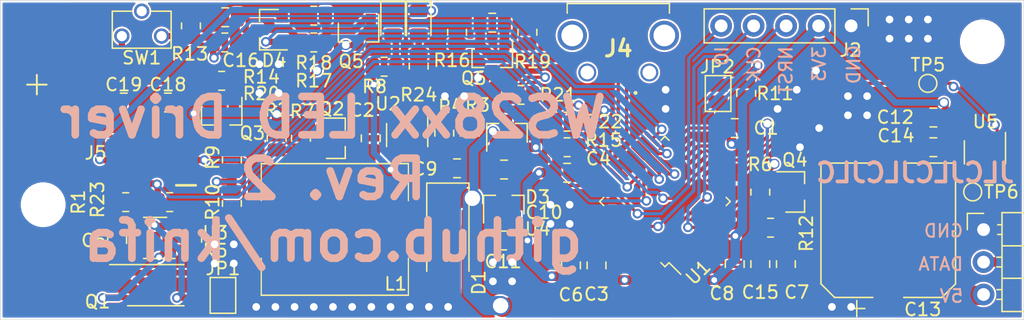
<source format=kicad_pcb>
(kicad_pcb (version 20171130) (host pcbnew "(5.1.7)-1")
  (layers (0 F.Cu signal hide) (31 B.Cu signal hide) (34 B.Paste user) (35 F.Paste user hide) (36 B.SilkS user hide) (37 F.SilkS user) (38 B.Mask user) (39 F.Mask user) (44 Edge.Cuts user))
  (net 0 "")
  (net 1 +BATT)
  (net 2 +3V3)
  (net 3 GND)
  (net 4 /NRST)
  (net 5 "Net-(C5-Pad1)")
  (net 6 +5V)
  (net 7 "Net-(D1-Pad2)")
  (net 8 "Net-(D2-Pad2)")
  (net 9 /SWDIO)
  (net 10 /LED_DATA_5V)
  (net 11 "Net-(Q1-Pad1)")
  (net 12 "Net-(Q1-Pad4)")
  (net 13 "Net-(Q1-Pad5)")
  (net 14 "Net-(Q2-Pad1)")
  (net 15 "Net-(Q3-Pad1)")
  (net 16 "Net-(R3-Pad1)")
  (net 17 "Net-(R5-Pad2)")
  (net 18 /LED_EN)
  (net 19 /BUTTON)
  (net 20 /LED_DATA_3V3)
  (net 21 /+BATT_SWITCH)
  (net 22 "Net-(C10-Pad1)")
  (net 23 "Net-(C13-Pad1)")
  (net 24 "Net-(C16-Pad1)")
  (net 25 "Net-(C17-Pad2)")
  (net 26 "Net-(C17-Pad1)")
  (net 27 VBUS)
  (net 28 /PWR_LATCH)
  (net 29 "Net-(D4-Pad3)")
  (net 30 "Net-(D5-Pad2)")
  (net 31 "Net-(D5-Pad1)")
  (net 32 /SWCLK)
  (net 33 "Net-(J5-Pad2)")
  (net 34 /CHARGE_EN)
  (net 35 "Net-(JP2-Pad1)")
  (net 36 "Net-(Q2-Pad3)")
  (net 37 "Net-(Q4-Pad1)")
  (net 38 "Net-(Q5-Pad1)")
  (net 39 /BATT_SENSE)
  (net 40 /USBDP)
  (net 41 /CHARGE_PROG_1A)
  (net 42 /USBDM)
  (net 43 /-BATT)
  (net 44 /CHARGE_PROG_500MA)
  (module Resistor_SMD:R_0805_2012Metric (layer F.Cu) (at 44.3 9.5)
    (fp_text reference R22 (at 2.8875 0) (layer F.SilkS))
    (fp_text value 1.5K)
    (pad 2 smd roundrect (at 0.9125 0) (size 1.025 1.4) (layers F.Cu F.Paste F.Mask) (roundrect_rratio 0.2439014634146341) (net 44 /CHARGE_PROG_500MA))
    (pad 1 smd roundrect (at -0.9125 0) (size 1.025 1.4) (layers F.Cu F.Paste F.Mask) (roundrect_rratio 0.2439014634146341) (net 41 /CHARGE_PROG_1A))
  )
  (module "LedGateController:Battery Pad" (layer F.Cu) (at 2.7 2.7 90)
    (fp_text reference + (at -3.9 0 90) (layer F.SilkS) (effects (font (size 2 2))))
    (fp_text value +BATT)
    (pad 1 smd rect (at 0 0 90) (size 5 5) (layers F.Cu F.Paste F.Mask) (net 1 +BATT))
  )
  (module "LedGateController:Battery Pad" (layer F.Cu) (at 2.7 22.3 90)
    (fp_text reference J7 hide)
    (fp_text value -BATT)
    (pad 1 smd rect (at 0 0 90) (size 5 5) (layers F.Cu F.Paste F.Mask) (net 43 /-BATT))
  )
  (module Resistor_SMD:R_0805_2012Metric (layer F.Cu) (at 18.1 15.9 270)
    (fp_text reference R10 (at -0.1 1.5 90) (layer F.SilkS))
    (fp_text value 150K)
    (pad 1 smd roundrect (at -0.9125 0 270) (size 1.025 1.4) (layers F.Cu F.Paste F.Mask) (roundrect_rratio 0.2439014634146341) (net 39 /BATT_SENSE))
    (pad 2 smd roundrect (at 0.9125 0 270) (size 1.025 1.4) (layers F.Cu F.Paste F.Mask) (roundrect_rratio 0.2439014634146341) (net 3 GND))
  )
  (module Resistor_SMD:R_0805_2012Metric (layer F.Cu) (at 17.3 6.3)
    (fp_text reference R20 (at 3.1 1) (layer F.SilkS))
    (fp_text value 100K)
    (pad 1 smd roundrect (at -0.9125 0) (size 1.025 1.4) (layers F.Cu F.Paste F.Mask) (roundrect_rratio 0.2439014634146341) (net 1 +BATT))
    (pad 2 smd roundrect (at 0.9125 0) (size 1.025 1.4) (layers F.Cu F.Paste F.Mask) (roundrect_rratio 0.2439014634146341) (net 15 "Net-(Q3-Pad1)"))
  )
  (module Resistor_SMD:R_0805_2012Metric (layer F.Cu) (at 32.7 5.15 90)
    (fp_text reference R24 (at -2.25 0 180) (layer F.SilkS))
    (fp_text value 250)
    (pad 1 smd roundrect (at -0.9125 0 90) (size 1.025 1.4) (layers F.Cu F.Paste F.Mask) (roundrect_rratio 0.2439014634146341) (net 27 VBUS))
    (pad 2 smd roundrect (at 0.9125 0 90) (size 1.025 1.4) (layers F.Cu F.Paste F.Mask) (roundrect_rratio 0.2439014634146341) (net 30 "Net-(D5-Pad2)"))
  )
  (module Resistor_SMD:R_0805_2012Metric (layer F.Cu) (at 13.2375 15.8)
    (fp_text reference R23 (at -5.6375 -0.2 90) (layer F.SilkS))
    (fp_text value 100K)
    (pad 1 smd roundrect (at -0.9125 0) (size 1.025 1.4) (layers F.Cu F.Paste F.Mask) (roundrect_rratio 0.2439014634146341) (net 34 /CHARGE_EN))
    (pad 2 smd roundrect (at 0.9125 0) (size 1.025 1.4) (layers F.Cu F.Paste F.Mask) (roundrect_rratio 0.2439014634146341) (net 3 GND))
  )
  (module Resistor_SMD:R_0805_2012Metric (layer F.Cu) (at 40.7 7.4)
    (fp_text reference R21 (at 2.9 0) (layer F.SilkS))
    (fp_text value 1.5K)
    (pad 2 smd roundrect (at 0.9125 0) (size 1.025 1.4) (layers F.Cu F.Paste F.Mask) (roundrect_rratio 0.2439014634146341) (net 41 /CHARGE_PROG_1A))
    (pad 1 smd roundrect (at -0.9125 0) (size 1.025 1.4) (layers F.Cu F.Paste F.Mask) (roundrect_rratio 0.2439014634146341) (net 33 "Net-(J5-Pad2)"))
  )
  (module Resistor_SMD:R_0805_2012Metric (layer F.Cu) (at 41.2 2.5 90)
    (fp_text reference R19 (at -2.3 0.4 180) (layer F.SilkS))
    (fp_text value 100K)
    (pad 1 smd roundrect (at -0.9125 0 90) (size 1.025 1.4) (layers F.Cu F.Paste F.Mask) (roundrect_rratio 0.2439014634146341) (net 25 "Net-(C17-Pad2)"))
    (pad 2 smd roundrect (at 0.9125 0 90) (size 1.025 1.4) (layers F.Cu F.Paste F.Mask) (roundrect_rratio 0.2439014634146341) (net 3 GND))
  )
  (module Resistor_SMD:R_0805_2012Metric (layer F.Cu) (at 24.5 1.2 180)
    (fp_text reference R18 (at 0 -3.7) (layer F.SilkS))
    (fp_text value 100K)
    (pad 1 smd roundrect (at -0.9125 0 180) (size 1.025 1.4) (layers F.Cu F.Paste F.Mask) (roundrect_rratio 0.2439014634146341) (net 38 "Net-(Q5-Pad1)"))
    (pad 2 smd roundrect (at 0.9125 0 180) (size 1.025 1.4) (layers F.Cu F.Paste F.Mask) (roundrect_rratio 0.2439014634146341) (net 3 GND))
  )
  (module Resistor_SMD:R_0805_2012Metric (layer F.Cu) (at 24.5 3.3 180)
    (fp_text reference R17 (at 0 -3) (layer F.SilkS))
    (fp_text value 100)
    (pad 1 smd roundrect (at -0.9125 0 180) (size 1.025 1.4) (layers F.Cu F.Paste F.Mask) (roundrect_rratio 0.2439014634146341) (net 38 "Net-(Q5-Pad1)"))
    (pad 2 smd roundrect (at 0.9125 0 180) (size 1.025 1.4) (layers F.Cu F.Paste F.Mask) (roundrect_rratio 0.2439014634146341) (net 29 "Net-(D4-Pad3)"))
  )
  (module Resistor_SMD:R_0805_2012Metric (layer F.Cu) (at 35.7 2.5 90)
    (fp_text reference R16 (at -2.2 -0.4 180) (layer F.SilkS))
    (fp_text value 100K)
    (pad 1 smd roundrect (at -0.9125 0 90) (size 1.025 1.4) (layers F.Cu F.Paste F.Mask) (roundrect_rratio 0.2439014634146341) (net 26 "Net-(C17-Pad1)"))
    (pad 2 smd roundrect (at 0.9125 0 90) (size 1.025 1.4) (layers F.Cu F.Paste F.Mask) (roundrect_rratio 0.2439014634146341) (net 3 GND))
  )
  (module Resistor_SMD:R_0805_2012Metric (layer F.Cu) (at 44.3 11.5)
    (fp_text reference R15 (at 2.85 -0.55) (layer F.SilkS))
    (fp_text value 1K5)
    (pad 1 smd roundrect (at -0.9125 0) (size 1.025 1.4) (layers F.Cu F.Paste F.Mask) (roundrect_rratio 0.2439014634146341) (net 2 +3V3))
    (pad 2 smd roundrect (at 0.9125 0) (size 1.025 1.4) (layers F.Cu F.Paste F.Mask) (roundrect_rratio 0.2439014634146341) (net 40 /USBDP))
  )
  (module Resistor_SMD:R_0805_2012Metric (layer F.Cu) (at 17.55 3.3 180)
    (fp_text reference R14 (at -2.85 -2.7) (layer F.SilkS))
    (fp_text value 1K)
    (pad 1 smd roundrect (at -0.9125 0 180) (size 1.025 1.4) (layers F.Cu F.Paste F.Mask) (roundrect_rratio 0.2439014634146341) (net 24 "Net-(C16-Pad1)"))
    (pad 2 smd roundrect (at 0.9125 0 180) (size 1.025 1.4) (layers F.Cu F.Paste F.Mask) (roundrect_rratio 0.2439014634146341) (net 19 /BUTTON))
  )
  (module Resistor_SMD:R_0805_2012Metric (layer F.Cu) (at 14.9 2 90)
    (fp_text reference R13 (at -2.2 -0.1) (layer F.SilkS))
    (fp_text value 1K)
    (pad 1 smd roundrect (at -0.9125 0 90) (size 1.025 1.4) (layers F.Cu F.Paste F.Mask) (roundrect_rratio 0.2439014634146341) (net 19 /BUTTON))
    (pad 2 smd roundrect (at 0.9125 0 90) (size 1.025 1.4) (layers F.Cu F.Paste F.Mask) (roundrect_rratio 0.2439014634146341) (net 3 GND))
  )
  (module Resistor_SMD:R_0805_2012Metric (layer F.Cu) (at 60.2 17.8 180)
    (fp_text reference R12 (at -2.8 -0.45 270) (layer F.SilkS))
    (fp_text value 100K)
    (pad 2 smd roundrect (at 0.9125 0 180) (size 1.025 1.4) (layers F.Cu F.Paste F.Mask) (roundrect_rratio 0.2439014634146341) (net 37 "Net-(Q4-Pad1)"))
    (pad 1 smd roundrect (at -0.9125 0 180) (size 1.025 1.4) (layers F.Cu F.Paste F.Mask) (roundrect_rratio 0.2439014634146341) (net 6 +5V))
  )
  (module Resistor_SMD:R_0805_2012Metric (layer F.Cu) (at 58.3 7.2875 270)
    (fp_text reference R11 (at 0.0125 -2.25 180) (layer F.SilkS))
    (fp_text value 100K)
    (pad 2 smd roundrect (at 0.9125 0 270) (size 1.025 1.4) (layers F.Cu F.Paste F.Mask) (roundrect_rratio 0.2439014634146341) (net 3 GND))
    (pad 1 smd roundrect (at -0.9125 0 270) (size 1.025 1.4) (layers F.Cu F.Paste F.Mask) (roundrect_rratio 0.2439014634146341) (net 35 "Net-(JP2-Pad1)"))
  )
  (module Resistor_SMD:R_0805_2012Metric (layer F.Cu) (at 18.1 12.5 270)
    (fp_text reference R9 (at -0.2 1.5 90) (layer F.SilkS))
    (fp_text value 50K)
    (pad 1 smd roundrect (at -0.9125 0 270) (size 1.025 1.4) (layers F.Cu F.Paste F.Mask) (roundrect_rratio 0.2439014634146341) (net 21 /+BATT_SWITCH))
    (pad 2 smd roundrect (at 0.9125 0 270) (size 1.025 1.4) (layers F.Cu F.Paste F.Mask) (roundrect_rratio 0.2439014634146341) (net 39 /BATT_SENSE))
  )
  (module Resistor_SMD:R_0805_2012Metric (layer F.Cu) (at 30 5.2)
    (fp_text reference R8 (at -0.75 1.55) (layer F.SilkS))
    (fp_text value 250)
    (pad 1 smd roundrect (at -0.9125 0) (size 1.025 1.4) (layers F.Cu F.Paste F.Mask) (roundrect_rratio 0.2439014634146341) (net 21 /+BATT_SWITCH))
    (pad 2 smd roundrect (at 0.9125 0) (size 1.025 1.4) (layers F.Cu F.Paste F.Mask) (roundrect_rratio 0.2439014634146341) (net 8 "Net-(D2-Pad2)"))
  )
  (module Resistor_SMD:R_0805_2012Metric (layer F.Cu) (at 59.4 15.0125 270)
    (fp_text reference R6 (at -2.1625 0 180) (layer F.SilkS))
    (fp_text value 100)
    (pad 2 smd roundrect (at 0.9125 0 270) (size 1.025 1.4) (layers F.Cu F.Paste F.Mask) (roundrect_rratio 0.2439014634146341) (net 37 "Net-(Q4-Pad1)"))
    (pad 1 smd roundrect (at -0.9125 0 270) (size 1.025 1.4) (layers F.Cu F.Paste F.Mask) (roundrect_rratio 0.2439014634146341) (net 18 /LED_EN))
  )
  (module Resistor_SMD:R_0805_2012Metric (layer F.Cu) (at 15 18.7 90)
    (fp_text reference R5 (at -0.9 1.8 180) (layer F.SilkS))
    (fp_text value 1K)
    (pad 1 smd roundrect (at -0.9125 0 90) (size 1.025 1.4) (layers F.Cu F.Paste F.Mask) (roundrect_rratio 0.2439014634146341) (net 3 GND))
    (pad 2 smd roundrect (at 0.9125 0 90) (size 1.025 1.4) (layers F.Cu F.Paste F.Mask) (roundrect_rratio 0.2439014634146341) (net 17 "Net-(R5-Pad2)"))
  )
  (module Resistor_SMD:R_0805_2012Metric (layer F.Cu) (at 34.7 10.4 90)
    (fp_text reference R4 (at 2.1 0.5 180) (layer F.SilkS))
    (fp_text value 110K)
    (pad 2 smd roundrect (at 0.9125 0 90) (size 1.025 1.4) (layers F.Cu F.Paste F.Mask) (roundrect_rratio 0.2439014634146341) (net 16 "Net-(R3-Pad1)"))
    (pad 1 smd roundrect (at -0.9125 0 90) (size 1.025 1.4) (layers F.Cu F.Paste F.Mask) (roundrect_rratio 0.2439014634146341) (net 6 +5V))
  )
  (module Resistor_SMD:R_0805_2012Metric (layer F.Cu) (at 36.7 10.4 270)
    (fp_text reference R3 (at -2.2 -0.6 180) (layer F.SilkS))
    (fp_text value 15K)
    (pad 2 smd roundrect (at 0.9125 0 270) (size 1.025 1.4) (layers F.Cu F.Paste F.Mask) (roundrect_rratio 0.2439014634146341) (net 3 GND))
    (pad 1 smd roundrect (at -0.9125 0 270) (size 1.025 1.4) (layers F.Cu F.Paste F.Mask) (roundrect_rratio 0.2439014634146341) (net 16 "Net-(R3-Pad1)"))
  )
  (module Resistor_SMD:R_0805_2012Metric (layer F.Cu) (at 9.8 15.8)
    (fp_text reference R1 (at -3.7 0 90) (layer F.SilkS))
    (fp_text value 100)
    (pad 1 smd roundrect (at -0.9125 0) (size 1.025 1.4) (layers F.Cu F.Paste F.Mask) (roundrect_rratio 0.2439014634146341) (net 1 +BATT))
    (pad 2 smd roundrect (at 0.9125 0) (size 1.025 1.4) (layers F.Cu F.Paste F.Mask) (roundrect_rratio 0.2439014634146341) (net 5 "Net-(C5-Pad1)"))
  )
  (module Resistor_SMD:R_0805_2012Metric (layer F.Cu) (at 23.5 10.8 90)
    (fp_text reference R7 (at 2.1 0.1 180) (layer F.SilkS))
    (fp_text value 100K)
    (pad 2 smd roundrect (at 0.9125 0 90) (size 1.025 1.4) (layers F.Cu F.Paste F.Mask) (roundrect_rratio 0.2439014634146341) (net 3 GND))
    (pad 1 smd roundrect (at -0.9125 0 90) (size 1.025 1.4) (layers F.Cu F.Paste F.Mask) (roundrect_rratio 0.2439014634146341) (net 14 "Net-(Q2-Pad1)"))
  )
  (module Resistor_SMD:R_0805_2012Metric (layer F.Cu) (at 21.6 10.8 90)
    (fp_text reference R2 (at 2.2 0 180) (layer F.SilkS))
    (fp_text value 100)
    (pad 1 smd roundrect (at -0.9125 0 90) (size 1.025 1.4) (layers F.Cu F.Paste F.Mask) (roundrect_rratio 0.2439014634146341) (net 14 "Net-(Q2-Pad1)"))
    (pad 2 smd roundrect (at 0.9125 0 90) (size 1.025 1.4) (layers F.Cu F.Paste F.Mask) (roundrect_rratio 0.2439014634146341) (net 27 VBUS))
  )
  (module Package_TO_SOT_SMD:SOT-23 (layer F.Cu) (at 28 2.5 270)
    (fp_text reference Q5 (at 2.275 0.575 180) (layer F.SilkS))
    (fp_text value AO3400A)
    (pad 1 smd rect (at -1 -0.95 270) (size 0.9 0.8) (layers F.Cu F.Paste F.Mask) (net 38 "Net-(Q5-Pad1)"))
    (pad 2 smd rect (at -1 0.95 270) (size 0.9 0.8) (layers F.Cu F.Paste F.Mask) (net 3 GND))
    (pad 3 smd rect (at 1 0 270) (size 0.9 0.8) (layers F.Cu F.Paste F.Mask) (net 15 "Net-(Q3-Pad1)"))
  )
  (module Package_TO_SOT_SMD:SOT-23-6 (layer F.Cu) (at 12.1 18.6 180)
    (fp_text reference U3 (at -4.7 0.4) (layer F.SilkS))
    (fp_text value DW01)
    (pad 1 smd rect (at -1.1 -0.95 180) (size 1.06 0.65) (layers F.Cu F.Paste F.Mask) (net 12 "Net-(Q1-Pad4)"))
    (pad 2 smd rect (at -1.1 0 180) (size 1.06 0.65) (layers F.Cu F.Paste F.Mask) (net 17 "Net-(R5-Pad2)"))
    (pad 3 smd rect (at -1.1 0.95 180) (size 1.06 0.65) (layers F.Cu F.Paste F.Mask) (net 13 "Net-(Q1-Pad5)"))
    (pad 4 smd rect (at 1.1 0.95 180) (size 1.06 0.65) (layers F.Cu F.Paste F.Mask))
    (pad 6 smd rect (at 1.1 -0.95 180) (size 1.06 0.65) (layers F.Cu F.Paste F.Mask) (net 43 /-BATT))
    (pad 5 smd rect (at 1.1 0 180) (size 1.06 0.65) (layers F.Cu F.Paste F.Mask) (net 5 "Net-(C5-Pad1)"))
  )
  (module Package_SO:TSSOP-8_4.4x3mm_P0.65mm (layer F.Cu) (at 12.15 22.3)
    (fp_text reference Q1 (at -4.55 1.3) (layer F.SilkS))
    (fp_text value FS8205A)
    (pad 1 smd roundrect (at -2.8625 -0.975) (size 1.475 0.4) (layers F.Cu F.Paste F.Mask) (net 11 "Net-(Q1-Pad1)"))
    (pad 2 smd roundrect (at -2.8625 -0.325) (size 1.475 0.4) (layers F.Cu F.Paste F.Mask) (net 43 /-BATT))
    (pad 3 smd roundrect (at -2.8625 0.325) (size 1.475 0.4) (layers F.Cu F.Paste F.Mask) (net 43 /-BATT))
    (pad 4 smd roundrect (at -2.8625 0.975) (size 1.475 0.4) (layers F.Cu F.Paste F.Mask) (net 12 "Net-(Q1-Pad4)"))
    (pad 5 smd roundrect (at 2.8625 0.975) (size 1.475 0.4) (layers F.Cu F.Paste F.Mask) (net 13 "Net-(Q1-Pad5)"))
    (pad 6 smd roundrect (at 2.8625 0.325) (size 1.475 0.4) (layers F.Cu F.Paste F.Mask) (net 3 GND))
    (pad 7 smd roundrect (at 2.8625 -0.325) (size 1.475 0.4) (layers F.Cu F.Paste F.Mask) (net 3 GND))
    (pad 8 smd roundrect (at 2.8625 -0.975) (size 1.475 0.4) (layers F.Cu F.Paste F.Mask) (net 11 "Net-(Q1-Pad1)"))
  )
  (module SamacSys_Parts:U254051T4BHJ25S2S (layer F.Cu) (at 48.3 4.75 180)
    (fp_text reference J4 (at 0 0.975) (layer F.SilkS) (effects (font (size 1.27 1.27) (thickness 0.254))))
    (fp_text value USB_B_Micro hide)
    (pad MH4 thru_hole circle (at -2.425 -0.9 180) (size 1.4 1.4) (drill 1.07) (layers *.Cu *.Mask))
    (pad MH3 thru_hole circle (at 2.425 -0.9 180) (size 1.4 1.4) (drill 1.07) (layers *.Cu *.Mask))
    (pad MH2 thru_hole circle (at 3.6 2 180) (size 2.3 2.3) (drill 1.7) (layers *.Cu *.Mask))
    (pad MH1 thru_hole circle (at -3.6 2 180) (size 2.3 2.3) (drill 1.7) (layers *.Cu *.Mask))
    (pad 5 smd rect (at 1.3 -0.675 180) (size 0.4 1.35) (layers F.Cu F.Paste F.Mask) (net 3 GND))
    (pad 4 smd rect (at 0.65 -0.675 180) (size 0.4 1.35) (layers F.Cu F.Paste F.Mask))
    (pad 3 smd rect (at 0 -0.675 180) (size 0.4 1.35) (layers F.Cu F.Paste F.Mask) (net 40 /USBDP))
    (pad 2 smd rect (at -0.65 -0.675 180) (size 0.4 1.35) (layers F.Cu F.Paste F.Mask) (net 42 /USBDM))
    (pad 1 smd rect (at -1.3 -0.675 180) (size 0.4 1.35) (layers F.Cu F.Paste F.Mask) (net 26 "Net-(C17-Pad1)"))
  )
  (module Capacitor_SMD:C_0805_2012Metric (layer F.Cu) (at 57.4 20.65 90)
    (fp_text reference C8 (at -2.3 -1 180) (layer F.SilkS))
    (fp_text value 10n)
    (pad 2 smd roundrect (at 0.95 0 90) (size 1 1.45) (layers F.Cu F.Paste F.Mask) (net 3 GND))
    (pad 1 smd roundrect (at -0.95 0 90) (size 1 1.45) (layers F.Cu F.Paste F.Mask) (net 2 +3V3))
  )
  (module LedGateController:YT1040-220M (layer F.Cu) (at 26.145 17.935)
    (fp_text reference L1 (at 4.755 4.265) (layer F.SilkS))
    (fp_text value 22u)
    (pad 1 smd rect (at -4.75 0) (size 4.1 4.1) (layers F.Cu F.Paste F.Mask) (net 21 /+BATT_SWITCH))
    (pad 2 smd rect (at 4.75 0) (size 4.1 4.1) (layers F.Cu F.Paste F.Mask) (net 7 "Net-(D1-Pad2)"))
  )
  (module Capacitor_SMD:CP_Elec_10x7.7 (layer F.Cu) (at 69.4 18 90)
    (fp_text reference C13 (at -6.2 2.7 180) (layer F.SilkS))
    (fp_text value 470u)
    (pad 2 smd roundrect (at 4.35 0 90) (size 4.4 1.9) (layers F.Cu F.Paste F.Mask) (roundrect_rratio 0.131578947368421) (net 3 GND))
    (pad 1 smd roundrect (at -4.35 0 90) (size 4.4 1.9) (layers F.Cu F.Paste F.Mask) (roundrect_rratio 0.131578947368421) (net 23 "Net-(C13-Pad1)"))
  )
  (module LedGateController:TS-1009B-04326 (layer F.Cu) (at 11.05 2.1 180)
    (fp_text reference SW1 (at 0 -2.4) (layer F.SilkS))
    (fp_text value BUTTON)
    (pad 2 thru_hole circle (at 1.55 -0.7 180) (size 1.2 1.2) (drill 0.8) (layers *.Cu *.Mask) (net 1 +BATT))
    (pad 3 thru_hole circle (at 0 1.25 180) (size 1.2 1.2) (drill 0.8) (layers *.Cu *.Mask))
    (pad 1 thru_hole circle (at -1.55 -0.7 180) (size 1.2 1.2) (drill 0.8) (layers *.Cu *.Mask) (net 19 /BUTTON))
  )
  (module Package_TO_SOT_SMD:SOT-23 (layer F.Cu) (at 26.2 10.8)
    (fp_text reference Q2 (at -0.3 -2.3 180) (layer F.SilkS))
    (fp_text value AO3401A)
    (pad 3 smd rect (at 1 0) (size 0.9 0.8) (layers F.Cu F.Paste F.Mask) (net 36 "Net-(Q2-Pad3)"))
    (pad 2 smd rect (at -1 0.95) (size 0.9 0.8) (layers F.Cu F.Paste F.Mask) (net 21 /+BATT_SWITCH))
    (pad 1 smd rect (at -1 -0.95) (size 0.9 0.8) (layers F.Cu F.Paste F.Mask) (net 14 "Net-(Q2-Pad1)"))
  )
  (module Package_TO_SOT_SMD:SOT-23 (layer F.Cu) (at 39.35 16.025 90)
    (fp_text reference U4 (at -1.875 2.65 180) (layer F.SilkS))
    (fp_text value XC6206P332MR)
    (pad 3 smd rect (at 1 0 90) (size 0.9 0.8) (layers F.Cu F.Paste F.Mask) (net 22 "Net-(C10-Pad1)"))
    (pad 2 smd rect (at -1 0.95 90) (size 0.9 0.8) (layers F.Cu F.Paste F.Mask) (net 2 +3V3))
    (pad 1 smd rect (at -1 -0.95 90) (size 0.9 0.8) (layers F.Cu F.Paste F.Mask) (net 3 GND))
  )
  (module MountingHole:MountingHole_3.2mm_M3_ISO7380 (layer F.Cu) (at 3.35 16)
    (fp_text reference "" hide)
    (fp_text value MountingHole_3.2mm_M3_ISO7380)
    (pad 1 np_thru_hole circle (at 0 0) (size 3.2 3.2) (drill 3.2) (layers *.Cu *.Mask))
  )
  (module MountingHole:MountingHole_3.2mm_M3_ISO7380 (layer F.Cu) (at 76.75 3.25)
    (fp_text reference "" hide)
    (fp_text value MountingHole_3.2mm_M3_ISO7380)
    (pad 1 np_thru_hole circle (at 0 0) (size 3.2 3.2) (drill 3.2) (layers *.Cu *.Mask))
  )
  (module Diode_SMD:D_SMA_Handsoldering (layer F.Cu) (at 34.98 18.71 270)
    (fp_text reference D1 (at 3.39 -2.42 90) (layer F.SilkS))
    (fp_text value SS22)
    (pad 1 smd rect (at -2.5 0 270) (size 3.5 1.8) (layers F.Cu F.Paste F.Mask) (net 6 +5V))
    (pad 2 smd rect (at 2.5 0 270) (size 3.5 1.8) (layers F.Cu F.Paste F.Mask) (net 7 "Net-(D1-Pad2)"))
  )
  (module Connector_PinHeader_2.54mm:PinHeader_1x05_P2.54mm_Vertical (layer F.Cu) (at 66.5 2 270)
    (fp_text reference J2 (at 1.9 0.05 180) (layer F.SilkS))
    (fp_text value SWD)
    (pad 5 thru_hole oval (at 0 10.16 270) (size 1.7 1.7) (drill 1) (layers *.Cu *.Mask) (net 9 /SWDIO))
    (pad 4 thru_hole oval (at 0 7.62 270) (size 1.7 1.7) (drill 1) (layers *.Cu *.Mask) (net 32 /SWCLK))
    (pad 3 thru_hole oval (at 0 5.08 270) (size 1.7 1.7) (drill 1) (layers *.Cu *.Mask) (net 4 /NRST))
    (pad 2 thru_hole oval (at 0 2.54 270) (size 1.7 1.7) (drill 1) (layers *.Cu *.Mask) (net 2 +3V3))
    (pad 1 thru_hole rect (at 0 0 270) (size 1.7 1.7) (drill 1) (layers *.Cu *.Mask) (net 3 GND))
  )
  (module Connector_PinHeader_2.54mm:PinHeader_1x03_P2.54mm_Horizontal (layer F.Cu) (at 76.85 17.95)
    (fp_text reference J3 hide)
    (fp_text value LED_OUT)
    (pad 3 thru_hole oval (at 0 5.08) (size 1.7 1.7) (drill 1) (layers *.Cu *.Mask) (net 23 "Net-(C13-Pad1)"))
    (pad 2 thru_hole oval (at 0 2.54) (size 1.7 1.7) (drill 1) (layers *.Cu *.Mask) (net 10 /LED_DATA_5V))
    (pad 1 thru_hole rect (at 0 0) (size 1.7 1.7) (drill 1) (layers *.Cu *.Mask) (net 3 GND))
  )
  (module Jumper:SolderJumper-2_P1.3mm_Open_Pad1.0x1.5mm (layer F.Cu) (at 17.4 23.1 90)
    (fp_text reference JP1 (at 2.1 0 180) (layer F.SilkS))
    (fp_text value NO_PROTECTION)
    (pad 2 smd rect (at 0.65 0 90) (size 1 1.5) (layers F.Cu F.Mask) (net 3 GND))
    (pad 1 smd rect (at -0.65 0 90) (size 1 1.5) (layers F.Cu F.Mask) (net 43 /-BATT))
  )
  (module Package_TO_SOT_SMD:SOT-23 (layer F.Cu) (at 17.3 9 270)
    (fp_text reference Q3 (at 1.4 -2.4 180) (layer F.SilkS))
    (fp_text value AO3401A)
    (pad 3 smd rect (at 1 0 270) (size 0.9 0.8) (layers F.Cu F.Paste F.Mask) (net 21 /+BATT_SWITCH))
    (pad 2 smd rect (at -1 0.95 270) (size 0.9 0.8) (layers F.Cu F.Paste F.Mask) (net 1 +BATT))
    (pad 1 smd rect (at -1 -0.95 270) (size 0.9 0.8) (layers F.Cu F.Paste F.Mask) (net 15 "Net-(Q3-Pad1)"))
  )
  (module Capacitor_SMD:C_0805_2012Metric (layer F.Cu) (at 57.4 10)
    (fp_text reference C1 (at 2.45 0) (layer F.SilkS))
    (fp_text value 100n)
    (pad 2 smd roundrect (at 0.95 0) (size 1 1.45) (layers F.Cu F.Paste F.Mask) (net 3 GND))
    (pad 1 smd roundrect (at -0.95 0) (size 1 1.45) (layers F.Cu F.Paste F.Mask) (net 2 +3V3))
  )
  (module Capacitor_SMD:C_0805_2012Metric (layer F.Cu) (at 28.95 10.8 90)
    (fp_text reference C2 (at 2.2 -0.65 180) (layer F.SilkS))
    (fp_text value 22u)
    (pad 2 smd roundrect (at 0.95 0 90) (size 1 1.45) (layers F.Cu F.Paste F.Mask) (net 3 GND))
    (pad 1 smd roundrect (at -0.95 0 90) (size 1 1.45) (layers F.Cu F.Paste F.Mask) (net 21 /+BATT_SWITCH))
  )
  (module Capacitor_SMD:C_0805_2012Metric (layer F.Cu) (at 46.6 20.75 90)
    (fp_text reference C3 (at -2.25 0 180) (layer F.SilkS))
    (fp_text value 100n)
    (pad 2 smd roundrect (at 0.95 0 90) (size 1 1.45) (layers F.Cu F.Paste F.Mask) (net 3 GND))
    (pad 1 smd roundrect (at -0.95 0 90) (size 1 1.45) (layers F.Cu F.Paste F.Mask) (net 2 +3V3))
  )
  (module Capacitor_SMD:C_0805_2012Metric (layer F.Cu) (at 44.3 13.5)
    (fp_text reference C4 (at 2.45 -1.1) (layer F.SilkS))
    (fp_text value 100n)
    (pad 2 smd roundrect (at 0.95 0) (size 1 1.45) (layers F.Cu F.Paste F.Mask) (net 3 GND))
    (pad 1 smd roundrect (at -0.95 0) (size 1 1.45) (layers F.Cu F.Paste F.Mask) (net 2 +3V3))
  )
  (module Capacitor_SMD:C_0805_2012Metric (layer F.Cu) (at 9.13169 18.7625 270)
    (fp_text reference C5 (at 0.0375 1.83169 180) (layer F.SilkS))
    (fp_text value 100n)
    (pad 1 smd roundrect (at -0.95 0 270) (size 1 1.45) (layers F.Cu F.Paste F.Mask) (net 5 "Net-(C5-Pad1)"))
    (pad 2 smd roundrect (at 0.95 0 270) (size 1 1.45) (layers F.Cu F.Paste F.Mask) (net 43 /-BATT))
  )
  (module Capacitor_SMD:C_0805_2012Metric (layer F.Cu) (at 44.6 20.75 90)
    (fp_text reference C6 (at -2.3 0 180) (layer F.SilkS))
    (fp_text value 4u7)
    (pad 2 smd roundrect (at 0.95 0 90) (size 1 1.45) (layers F.Cu F.Paste F.Mask) (net 3 GND))
    (pad 1 smd roundrect (at -0.95 0 90) (size 1 1.45) (layers F.Cu F.Paste F.Mask) (net 2 +3V3))
  )
  (module Capacitor_SMD:C_0805_2012Metric (layer F.Cu) (at 61.4 20.65 90)
    (fp_text reference C7 (at -2.2 0.85 180) (layer F.SilkS))
    (fp_text value 100n)
    (pad 2 smd roundrect (at 0.95 0 90) (size 1 1.45) (layers F.Cu F.Paste F.Mask) (net 4 /NRST))
    (pad 1 smd roundrect (at -0.95 0 90) (size 1 1.45) (layers F.Cu F.Paste F.Mask) (net 3 GND))
  )
  (module Capacitor_SMD:C_0805_2012Metric (layer F.Cu) (at 35.7 13.15)
    (fp_text reference C9 (at -2.5 0.05) (layer F.SilkS))
    (fp_text value 22u)
    (pad 2 smd roundrect (at 0.95 0) (size 1 1.45) (layers F.Cu F.Paste F.Mask) (net 3 GND))
    (pad 1 smd roundrect (at -0.95 0) (size 1 1.45) (layers F.Cu F.Paste F.Mask) (net 6 +5V))
  )
  (module Capacitor_SMD:C_0805_2012Metric (layer F.Cu) (at 39.375 13.25)
    (fp_text reference C10 (at 3.125 3.35) (layer F.SilkS))
    (fp_text value 1u)
    (pad 2 smd roundrect (at 0.95 0) (size 1 1.45) (layers F.Cu F.Paste F.Mask) (net 3 GND))
    (pad 1 smd roundrect (at -0.95 0) (size 1 1.45) (layers F.Cu F.Paste F.Mask) (net 22 "Net-(C10-Pad1)"))
  )
  (module Capacitor_SMD:C_0805_2012Metric (layer F.Cu) (at 39.3 18.8 180)
    (fp_text reference C11 (at 0 -1.65) (layer F.SilkS))
    (fp_text value 1u)
    (pad 1 smd roundrect (at -0.95 0 180) (size 1 1.45) (layers F.Cu F.Paste F.Mask) (net 2 +3V3))
    (pad 2 smd roundrect (at 0.95 0 180) (size 1 1.45) (layers F.Cu F.Paste F.Mask) (net 3 GND))
  )
  (module Capacitor_SMD:C_0805_2012Metric (layer F.Cu) (at 72.925 9.175 180)
    (fp_text reference C12 (at 2.975 0.025) (layer F.SilkS))
    (fp_text value 100n)
    (pad 2 smd roundrect (at 0.95 0 180) (size 1 1.45) (layers F.Cu F.Paste F.Mask) (net 3 GND))
    (pad 1 smd roundrect (at -0.95 0 180) (size 1 1.45) (layers F.Cu F.Paste F.Mask) (net 2 +3V3))
  )
  (module Capacitor_SMD:C_0805_2012Metric (layer F.Cu) (at 72.925 11.5 180)
    (fp_text reference C14 (at 2.925 0.9) (layer F.SilkS))
    (fp_text value 100n)
    (pad 2 smd roundrect (at 0.95 0 180) (size 1 1.45) (layers F.Cu F.Paste F.Mask) (net 3 GND))
    (pad 1 smd roundrect (at -0.95 0 180) (size 1 1.45) (layers F.Cu F.Paste F.Mask) (net 6 +5V))
  )
  (module Capacitor_SMD:C_0805_2012Metric (layer F.Cu) (at 59.4 20.65 90)
    (fp_text reference C15 (at -2.2 0) (layer F.SilkS))
    (fp_text value 1u)
    (pad 2 smd roundrect (at 0.95 0 90) (size 1 1.45) (layers F.Cu F.Paste F.Mask) (net 3 GND))
    (pad 1 smd roundrect (at -0.95 0 90) (size 1 1.45) (layers F.Cu F.Paste F.Mask) (net 2 +3V3))
  )
  (module Capacitor_SMD:C_0805_2012Metric (layer F.Cu) (at 17.575 1.325 180)
    (fp_text reference C16 (at -1.225 -3.375) (layer F.SilkS))
    (fp_text value 100n)
    (pad 1 smd roundrect (at -0.95 0 180) (size 1 1.45) (layers F.Cu F.Paste F.Mask) (net 24 "Net-(C16-Pad1)"))
    (pad 2 smd roundrect (at 0.95 0 180) (size 1 1.45) (layers F.Cu F.Paste F.Mask) (net 3 GND))
  )
  (module Capacitor_SMD:C_0805_2012Metric (layer F.Cu) (at 38.45 1.75)
    (fp_text reference C17 hide)
    (fp_text value 100n)
    (pad 1 smd roundrect (at -0.95 0) (size 1 1.45) (layers F.Cu F.Paste F.Mask) (net 26 "Net-(C17-Pad1)"))
    (pad 2 smd roundrect (at 0.95 0) (size 1 1.45) (layers F.Cu F.Paste F.Mask) (net 25 "Net-(C17-Pad2)"))
  )
  (module Capacitor_SMD:C_0805_2012Metric (layer F.Cu) (at 13.1 8 180)
    (fp_text reference C18 (at 0 1.4) (layer F.SilkS))
    (fp_text value 4u7)
    (pad 1 smd roundrect (at -0.95 0 180) (size 1 1.45) (layers F.Cu F.Paste F.Mask) (net 27 VBUS))
    (pad 2 smd roundrect (at 0.95 0 180) (size 1 1.45) (layers F.Cu F.Paste F.Mask) (net 3 GND))
  )
  (module Capacitor_SMD:C_0805_2012Metric (layer F.Cu) (at 9.65 8)
    (fp_text reference C19 (at 0 -1.4) (layer F.SilkS))
    (fp_text value 4u7)
    (pad 1 smd roundrect (at -0.95 0) (size 1 1.45) (layers F.Cu F.Paste F.Mask) (net 1 +BATT))
    (pad 2 smd roundrect (at 0.95 0) (size 1 1.45) (layers F.Cu F.Paste F.Mask) (net 3 GND))
  )
  (module LED_SMD:LED_0805_2012Metric (layer F.Cu) (at 30.7 1.75 270)
    (fp_text reference D2 hide)
    (fp_text value PWR_LED)
    (pad 1 smd roundrect (at -0.9375 0 270) (size 0.975 1.4) (layers F.Cu F.Paste F.Mask) (net 3 GND))
    (pad 2 smd roundrect (at 0.9375 0 270) (size 0.975 1.4) (layers F.Cu F.Paste F.Mask) (net 8 "Net-(D2-Pad2)"))
  )
  (module Package_TO_SOT_SMD:SOT-23 (layer F.Cu) (at 39.6 10.4 90)
    (fp_text reference D3 (at -5 2.4 180) (layer F.SilkS))
    (fp_text value D_x2_KCom_AAK)
    (pad 3 smd rect (at 1 0 90) (size 0.9 0.8) (layers F.Cu F.Paste F.Mask) (net 22 "Net-(C10-Pad1)"))
    (pad 2 smd rect (at -1 0.95 90) (size 0.9 0.8) (layers F.Cu F.Paste F.Mask) (net 27 VBUS))
    (pad 1 smd rect (at -1 -0.95 90) (size 0.9 0.8) (layers F.Cu F.Paste F.Mask) (net 6 +5V))
  )
  (module Package_TO_SOT_SMD:SOT-23 (layer F.Cu) (at 21.025 2.3 180)
    (fp_text reference D4 (at -0.375 -2.4) (layer F.SilkS))
    (fp_text value D_x2_KCom_AAK)
    (pad 1 smd rect (at -1 -0.95 180) (size 0.9 0.8) (layers F.Cu F.Paste F.Mask) (net 28 /PWR_LATCH))
    (pad 2 smd rect (at -1 0.95 180) (size 0.9 0.8) (layers F.Cu F.Paste F.Mask) (net 24 "Net-(C16-Pad1)"))
    (pad 3 smd rect (at 1 0 180) (size 0.9 0.8) (layers F.Cu F.Paste F.Mask) (net 29 "Net-(D4-Pad3)"))
  )
  (module LED_SMD:LED_0805_2012Metric (layer F.Cu) (at 32.7 1.75 270)
    (fp_text reference D5 hide)
    (fp_text value CHARGE_LED)
    (pad 1 smd roundrect (at -0.9375 0 270) (size 0.975 1.4) (layers F.Cu F.Paste F.Mask) (net 31 "Net-(D5-Pad1)"))
    (pad 2 smd roundrect (at 0.9375 0 270) (size 0.975 1.4) (layers F.Cu F.Paste F.Mask) (net 30 "Net-(D5-Pad2)"))
  )
  (module SamacSys_Parts:SOIC127P600X175-9N (layer F.Cu) (at 11.8 11.875 180)
    (fp_text reference J5 (at 4.35 -0.075) (layer F.SilkS))
    (fp_text value TP4056 hide)
    (pad 1 smd rect (at -2.712 -1.905 270) (size 0.7 1.525) (layers F.Cu F.Paste F.Mask) (net 3 GND))
    (pad 2 smd rect (at -2.712 -0.635 270) (size 0.7 1.525) (layers F.Cu F.Paste F.Mask) (net 33 "Net-(J5-Pad2)"))
    (pad 3 smd rect (at -2.712 0.635 270) (size 0.7 1.525) (layers F.Cu F.Paste F.Mask) (net 3 GND))
    (pad 4 smd rect (at -2.712 1.905 270) (size 0.7 1.525) (layers F.Cu F.Paste F.Mask) (net 27 VBUS))
    (pad 5 smd rect (at 2.712 1.905 270) (size 0.7 1.525) (layers F.Cu F.Paste F.Mask) (net 1 +BATT))
    (pad 6 smd rect (at 2.712 0.635 270) (size 0.7 1.525) (layers F.Cu F.Paste F.Mask))
    (pad 7 smd rect (at 2.712 -0.635 270) (size 0.7 1.525) (layers F.Cu F.Paste F.Mask) (net 31 "Net-(D5-Pad1)"))
    (pad 8 smd rect (at 2.712 -1.905 270) (size 0.7 1.525) (layers F.Cu F.Paste F.Mask) (net 34 /CHARGE_EN))
    (pad 9 smd rect (at 0 0 180) (size 2.513 3.402) (layers F.Cu F.Paste F.Mask) (net 3 GND))
  )
  (module Jumper:SolderJumper-2_P1.3mm_Open_Pad1.0x1.5mm (layer F.Cu) (at 56.1 7.3 270)
    (fp_text reference JP2 (at -2.1 0.05 180) (layer F.SilkS))
    (fp_text value BOOT)
    (pad 1 smd rect (at -0.65 0 270) (size 1 1.5) (layers F.Cu F.Mask) (net 35 "Net-(JP2-Pad1)"))
    (pad 2 smd rect (at 0.65 0 270) (size 1 1.5) (layers F.Cu F.Mask) (net 2 +3V3))
  )
  (module Package_TO_SOT_SMD:SOT-23 (layer F.Cu) (at 62.1 15)
    (fp_text reference Q4 (at 0 -2.5) (layer F.SilkS))
    (fp_text value AO3401A)
    (pad 3 smd rect (at 1 0) (size 0.9 0.8) (layers F.Cu F.Paste F.Mask) (net 23 "Net-(C13-Pad1)"))
    (pad 2 smd rect (at -1 0.95) (size 0.9 0.8) (layers F.Cu F.Paste F.Mask) (net 6 +5V))
    (pad 1 smd rect (at -1 -0.95) (size 0.9 0.8) (layers F.Cu F.Paste F.Mask) (net 37 "Net-(Q4-Pad1)"))
  )
  (module Package_TO_SOT_SMD:SOT-23 (layer F.Cu) (at 38.45 4.5 270)
    (fp_text reference Q6 (at 1.6 1.45 180) (layer F.SilkS))
    (fp_text value AO3401A)
    (pad 1 smd rect (at -1 -0.95 270) (size 0.9 0.8) (layers F.Cu F.Paste F.Mask) (net 25 "Net-(C17-Pad2)"))
    (pad 2 smd rect (at -1 0.95 270) (size 0.9 0.8) (layers F.Cu F.Paste F.Mask) (net 26 "Net-(C17-Pad1)"))
    (pad 3 smd rect (at 1 0 270) (size 0.9 0.8) (layers F.Cu F.Paste F.Mask) (net 27 VBUS))
  )
  (module Package_QFP:LQFP-48_7x7mm_P0.5mm (layer F.Cu) (at 51.95 15.75 135)
    (fp_text reference U1 (at -5.76292 -2.085965 45) (layer F.SilkS))
    (fp_text value STM32F103C8Tx)
    (pad 1 smd roundrect (at -4.1625 -2.75 135) (size 1.475 0.3) (layers F.Cu F.Paste F.Mask))
    (pad 2 smd roundrect (at -4.1625 -2.25 135) (size 1.475 0.3) (layers F.Cu F.Paste F.Mask))
    (pad 3 smd roundrect (at -4.1625 -1.75 135) (size 1.475 0.3) (layers F.Cu F.Paste F.Mask))
    (pad 4 smd roundrect (at -4.1625 -1.25 135) (size 1.475 0.3) (layers F.Cu F.Paste F.Mask))
    (pad 5 smd roundrect (at -4.1625 -0.75 135) (size 1.475 0.3) (layers F.Cu F.Paste F.Mask))
    (pad 6 smd roundrect (at -4.1625 -0.25 135) (size 1.475 0.3) (layers F.Cu F.Paste F.Mask))
    (pad 7 smd roundrect (at -4.1625 0.25 135) (size 1.475 0.3) (layers F.Cu F.Paste F.Mask) (net 4 /NRST))
    (pad 8 smd roundrect (at -4.1625 0.75 135) (size 1.475 0.3) (layers F.Cu F.Paste F.Mask) (net 3 GND))
    (pad 9 smd roundrect (at -4.1625 1.25 135) (size 1.475 0.3) (layers F.Cu F.Paste F.Mask) (net 2 +3V3))
    (pad 10 smd roundrect (at -4.1625 1.75 135) (size 1.475 0.3) (layers F.Cu F.Paste F.Mask))
    (pad 11 smd roundrect (at -4.1625 2.25 135) (size 1.475 0.3) (layers F.Cu F.Paste F.Mask))
    (pad 12 smd roundrect (at -4.1625 2.75 135) (size 1.475 0.3) (layers F.Cu F.Paste F.Mask) (net 20 /LED_DATA_3V3))
    (pad 13 smd roundrect (at -2.75 4.1625 135) (size 0.3 1.475) (layers F.Cu F.Paste F.Mask))
    (pad 14 smd roundrect (at -2.25 4.1625 135) (size 0.3 1.475) (layers F.Cu F.Paste F.Mask))
    (pad 15 smd roundrect (at -1.75 4.1625 135) (size 0.3 1.475) (layers F.Cu F.Paste F.Mask))
    (pad 16 smd roundrect (at -1.25 4.1625 135) (size 0.3 1.475) (layers F.Cu F.Paste F.Mask))
    (pad 17 smd roundrect (at -0.75 4.1625 135) (size 0.3 1.475) (layers F.Cu F.Paste F.Mask))
    (pad 18 smd roundrect (at -0.25 4.1625 135) (size 0.3 1.475) (layers F.Cu F.Paste F.Mask) (net 39 /BATT_SENSE))
    (pad 19 smd roundrect (at 0.25 4.1625 135) (size 0.3 1.475) (layers F.Cu F.Paste F.Mask))
    (pad 20 smd roundrect (at 0.75 4.1625 135) (size 0.3 1.475) (layers F.Cu F.Paste F.Mask))
    (pad 21 smd roundrect (at 1.25 4.1625 135) (size 0.3 1.475) (layers F.Cu F.Paste F.Mask) (net 18 /LED_EN))
    (pad 22 smd roundrect (at 1.75 4.1625 135) (size 0.3 1.475) (layers F.Cu F.Paste F.Mask))
    (pad 23 smd roundrect (at 2.25 4.1625 135) (size 0.3 1.475) (layers F.Cu F.Paste F.Mask) (net 3 GND))
    (pad 24 smd roundrect (at 2.75 4.1625 135) (size 0.3 1.475) (layers F.Cu F.Paste F.Mask) (net 2 +3V3))
    (pad 25 smd roundrect (at 4.1625 2.75 135) (size 1.475 0.3) (layers F.Cu F.Paste F.Mask) (net 19 /BUTTON))
    (pad 26 smd roundrect (at 4.1625 2.25 135) (size 1.475 0.3) (layers F.Cu F.Paste F.Mask) (net 28 /PWR_LATCH))
    (pad 27 smd roundrect (at 4.1625 1.75 135) (size 1.475 0.3) (layers F.Cu F.Paste F.Mask) (net 44 /CHARGE_PROG_500MA))
    (pad 28 smd roundrect (at 4.1625 1.25 135) (size 1.475 0.3) (layers F.Cu F.Paste F.Mask) (net 41 /CHARGE_PROG_1A))
    (pad 29 smd roundrect (at 4.1625 0.75 135) (size 1.475 0.3) (layers F.Cu F.Paste F.Mask) (net 27 VBUS))
    (pad 30 smd roundrect (at 4.1625 0.25 135) (size 1.475 0.3) (layers F.Cu F.Paste F.Mask) (net 34 /CHARGE_EN))
    (pad 31 smd roundrect (at 4.1625 -0.25 135) (size 1.475 0.3) (layers F.Cu F.Paste F.Mask))
    (pad 32 smd roundrect (at 4.1625 -0.75 135) (size 1.475 0.3) (layers F.Cu F.Paste F.Mask) (net 42 /USBDM))
    (pad 33 smd roundrect (at 4.1625 -1.25 135) (size 1.475 0.3) (layers F.Cu F.Paste F.Mask) (net 40 /USBDP))
    (pad 34 smd roundrect (at 4.1625 -1.75 135) (size 1.475 0.3) (layers F.Cu F.Paste F.Mask) (net 9 /SWDIO))
    (pad 35 smd roundrect (at 4.1625 -2.25 135) (size 1.475 0.3) (layers F.Cu F.Paste F.Mask) (net 3 GND))
    (pad 36 smd roundrect (at 4.1625 -2.75 135) (size 1.475 0.3) (layers F.Cu F.Paste F.Mask) (net 2 +3V3))
    (pad 37 smd roundrect (at 2.75 -4.1625 135) (size 0.3 1.475) (layers F.Cu F.Paste F.Mask) (net 32 /SWCLK))
    (pad 38 smd roundrect (at 2.25 -4.1625 135) (size 0.3 1.475) (layers F.Cu F.Paste F.Mask))
    (pad 39 smd roundrect (at 1.75 -4.1625 135) (size 0.3 1.475) (layers F.Cu F.Paste F.Mask))
    (pad 40 smd roundrect (at 1.25 -4.1625 135) (size 0.3 1.475) (layers F.Cu F.Paste F.Mask))
    (pad 41 smd roundrect (at 0.75 -4.1625 135) (size 0.3 1.475) (layers F.Cu F.Paste F.Mask))
    (pad 42 smd roundrect (at 0.25 -4.1625 135) (size 0.3 1.475) (layers F.Cu F.Paste F.Mask))
    (pad 43 smd roundrect (at -0.25 -4.1625 135) (size 0.3 1.475) (layers F.Cu F.Paste F.Mask))
    (pad 44 smd roundrect (at -0.75 -4.1625 135) (size 0.3 1.475) (layers F.Cu F.Paste F.Mask) (net 35 "Net-(JP2-Pad1)"))
    (pad 45 smd roundrect (at -1.25 -4.1625 135) (size 0.3 1.475) (layers F.Cu F.Paste F.Mask))
    (pad 46 smd roundrect (at -1.75 -4.1625 135) (size 0.3 1.475) (layers F.Cu F.Paste F.Mask))
    (pad 47 smd roundrect (at -2.25 -4.1625 135) (size 0.3 1.475) (layers F.Cu F.Paste F.Mask) (net 3 GND))
    (pad 48 smd roundrect (at -2.75 -4.1625 135) (size 0.3 1.475) (layers F.Cu F.Paste F.Mask) (net 2 +3V3))
  )
  (module Package_TO_SOT_SMD:SOT-23-6 (layer F.Cu) (at 31.8 10.55 270)
    (fp_text reference U2 (at -2.45 1.5 180) (layer F.SilkS))
    (fp_text value MT3608)
    (pad 5 smd rect (at 1.1 0 270) (size 1.06 0.65) (layers F.Cu F.Paste F.Mask) (net 21 /+BATT_SWITCH))
    (pad 6 smd rect (at 1.1 -0.95 270) (size 1.06 0.65) (layers F.Cu F.Paste F.Mask))
    (pad 4 smd rect (at 1.1 0.95 270) (size 1.06 0.65) (layers F.Cu F.Paste F.Mask) (net 36 "Net-(Q2-Pad3)"))
    (pad 3 smd rect (at -1.1 0.95 270) (size 1.06 0.65) (layers F.Cu F.Paste F.Mask) (net 16 "Net-(R3-Pad1)"))
    (pad 2 smd rect (at -1.1 0 270) (size 1.06 0.65) (layers F.Cu F.Paste F.Mask) (net 3 GND))
    (pad 1 smd rect (at -1.1 -0.95 270) (size 1.06 0.65) (layers F.Cu F.Paste F.Mask) (net 7 "Net-(D1-Pad2)"))
  )
  (module Package_TO_SOT_SMD:SOT-23-6 (layer F.Cu) (at 76.958 11.9016 270)
    (fp_text reference U5 (at -2.4016 -0.042 180) (layer F.SilkS))
    (fp_text value PI4ULS5V201)
    (pad 5 smd rect (at 1.1 0 270) (size 1.06 0.65) (layers F.Cu F.Paste F.Mask) (net 10 /LED_DATA_5V))
    (pad 6 smd rect (at 1.1 -0.95 270) (size 1.06 0.65) (layers F.Cu F.Paste F.Mask) (net 2 +3V3))
    (pad 4 smd rect (at 1.1 0.95 270) (size 1.06 0.65) (layers F.Cu F.Paste F.Mask) (net 6 +5V))
    (pad 3 smd rect (at -1.1 0.95 270) (size 1.06 0.65) (layers F.Cu F.Paste F.Mask) (net 2 +3V3))
    (pad 2 smd rect (at -1.1 0 270) (size 1.06 0.65) (layers F.Cu F.Paste F.Mask) (net 3 GND))
    (pad 1 smd rect (at -1.1 -0.95 270) (size 1.06 0.65) (layers F.Cu F.Paste F.Mask) (net 20 /LED_DATA_3V3))
  )
  (module TestPoint:TestPoint_Pad_D1.0mm (layer F.Cu) (at 72.5 6.5)
    (fp_text reference TP5 (at 0 -1.448) (layer F.SilkS))
    (fp_text value LED_DATA_3V3)
    (pad 1 smd circle (at 0 0) (size 1 1) (layers F.Cu F.Mask) (net 20 /LED_DATA_3V3))
  )
  (module TestPoint:TestPoint_Pad_D1.0mm (layer F.Cu) (at 76 15)
    (fp_text reference TP6 (at 2.25 0) (layer F.SilkS))
    (fp_text value LED_DATA_5V)
    (pad 1 smd circle (at 0 0) (size 1 1) (layers F.Cu F.Mask) (net 10 /LED_DATA_5V))
  )
  (gr_line (start 0 0) (end 0 25.01) (layer Edge.Cuts) (width 0.05))
  (gr_line (start 0 0) (end 80 0) (layer Edge.Cuts) (width 0.05))
  (gr_text JLCJLCJLCJLC (at 71.5 13.5) (layer B.SilkS) (effects (font (size 1.5 1.5) (thickness 0.3)) (justify mirror)))
  (gr_text GND (at 66.7 3.4 90) (layer B.SilkS) (effects (font (size 1 1) (thickness 0.16)) (justify left mirror)))
  (gr_text 3V3 (at 64 3.5 90) (layer B.SilkS) (effects (font (size 1 1) (thickness 0.16)) (justify left mirror)))
  (gr_text NRST (at 61.4 3.5 90) (layer B.SilkS) (effects (font (size 1 1) (thickness 0.16)) (justify left mirror)))
  (gr_text IO (at 56.4 3.5 90) (layer B.SilkS) (effects (font (size 1 1) (thickness 0.16)) (justify left mirror)))
  (gr_text CLK (at 58.9 3.5 90) (layer B.SilkS) (effects (font (size 1 1) (thickness 0.16)) (justify left mirror)))
  (gr_text GND (at 75.35 18.05) (layer B.SilkS) (effects (font (size 1 1) (thickness 0.16)) (justify left mirror)))
  (gr_text DATA (at 75.35 20.65) (layer B.SilkS) (effects (font (size 1 1) (thickness 0.16)) (justify left mirror)))
  (gr_text 5V (at 75.35 23.15) (layer B.SilkS) (effects (font (size 1 1) (thickness 0.16)) (justify left mirror)))
  (gr_text "WS28xx LED Driver\nRev. 2\ngithub.com/knifa" (at 26 14) (layer B.SilkS) (effects (font (size 3 3) (thickness 0.6)) (justify mirror)))
  (gr_line (start 80 25) (end 80 0) (layer Edge.Cuts) (width 0.05))
  (gr_line (start 0 25.01) (end 80 25) (layer Edge.Cuts) (width 0.05))
  (segment (start 9.5 2.8) (end 9.5 5.6) (width 0.5) (layer F.Cu) (net 1))
  (segment (start 6.25 13.675) (end 6.25 10.25) (width 1.5) (layer F.Cu) (net 1))
  (segment (start 8.375 15.8) (end 6.25 13.675) (width 1.5) (layer F.Cu) (net 1))
  (segment (start 8.8875 15.8) (end 8.375 15.8) (width 1.5) (layer F.Cu) (net 1))
  (segment (start 13.6 5.6) (end 9.5 5.6) (width 2) (layer F.Cu) (net 1))
  (segment (start 77.908 11.858) (end 77.906601 11.856601) (width 0.75) (layer F.Cu) (net 2))
  (segment (start 77.908 13.2516) (end 77.908 11.858) (width 0.75) (layer F.Cu) (net 2))
  (segment (start 77.95 13.2936) (end 77.908 13.2516) (width 0.5) (layer F.Cu) (net 2))
  (segment (start 77.9 13.2596) (end 77.908 13.2516) (width 0.75) (layer F.Cu) (net 2))
  (segment (start 77.908 11.858) (end 76.214398 11.858) (width 0.75) (layer F.Cu) (net 2))
  (segment (start 76.214398 11.858) (end 76.008 11.651602) (width 0.75) (layer F.Cu) (net 2))
  (segment (start 75.8516 10.5516) (end 76.008 10.5516) (width 0.75) (layer F.Cu) (net 2))
  (segment (start 40.3 18.75) (end 40.25 18.8) (width 0.75) (layer F.Cu) (net 2))
  (segment (start 40.3 17.025) (end 40.3 18.75) (width 0.75) (layer F.Cu) (net 2))
  (segment (start 57.1 21.9) (end 57.4 21.6) (width 0.75) (layer F.Cu) (net 2))
  (segment (start 57.4 21.6) (end 59.4 21.6) (width 0.75) (layer F.Cu) (net 2))
  (via (at 55.8 21.9) (size 0.75) (drill 0.45) (layers F.Cu B.Cu) (net 2))
  (segment (start 55.8 21.9) (end 57.1 21.9) (width 0.75) (layer F.Cu) (net 2))
  (segment (start 50.951212 21.851212) (end 51 21.9) (width 0.25) (layer F.Cu) (net 2))
  (segment (start 50 21.9) (end 51 21.9) (width 0.75) (layer F.Cu) (net 2))
  (segment (start 50 21.5) (end 50 21.9) (width 0.25) (layer F.Cu) (net 2))
  (segment (start 50.862124 20.637876) (end 50 21.5) (width 0.25) (layer F.Cu) (net 2))
  (segment (start 50.951212 20.637876) (end 50.862124 20.637876) (width 0.25) (layer F.Cu) (net 2))
  (segment (start 53.710912 10.1) (end 52.948788 10.862124) (width 0.25) (layer F.Cu) (net 2))
  (segment (start 47.001212 14.751212) (end 47.062124 14.751212) (width 0.25) (layer F.Cu) (net 2))
  (via (at 48.8 21.9) (size 0.75) (drill 0.45) (layers F.Cu B.Cu) (net 2))
  (segment (start 48.6 21.9) (end 48.8 21.9) (width 0.75) (layer F.Cu) (net 2))
  (segment (start 46.8 21.9) (end 48.6 21.9) (width 0.75) (layer F.Cu) (net 2))
  (segment (start 48.6 21.9) (end 50 21.9) (width 0.75) (layer F.Cu) (net 2))
  (segment (start 51 21.9) (end 52 21.9) (width 0.75) (layer F.Cu) (net 2))
  (segment (start 52 21.9) (end 55.8 21.9) (width 0.75) (layer F.Cu) (net 2))
  (via (at 41.2 18.8) (size 0.75) (drill 0.45) (layers F.Cu B.Cu) (net 2))
  (segment (start 40.25 18.8) (end 41.2 18.8) (width 0.75) (layer F.Cu) (net 2))
  (segment (start 46.6 21.7) (end 46.8 21.9) (width 0.75) (layer F.Cu) (net 2))
  (segment (start 46.6 21.7) (end 44.6 21.7) (width 0.75) (layer F.Cu) (net 2))
  (via (at 43.1 21.6) (size 0.75) (drill 0.45) (layers F.Cu B.Cu) (net 2))
  (segment (start 42.6 21.6) (end 43.1 21.6) (width 0.75) (layer B.Cu) (net 2))
  (segment (start 41.2 20.2) (end 42.6 21.6) (width 0.75) (layer B.Cu) (net 2))
  (segment (start 41.2 18.8) (end 41.2 20.2) (width 0.75) (layer B.Cu) (net 2))
  (segment (start 44.5 21.6) (end 44.6 21.7) (width 0.75) (layer F.Cu) (net 2))
  (segment (start 43.1 21.6) (end 44.5 21.6) (width 0.75) (layer F.Cu) (net 2))
  (via (at 42.100026 13.5) (size 0.75) (drill 0.45) (layers F.Cu B.Cu) (net 2))
  (segment (start 42.150026 13.45) (end 42.100026 13.5) (width 0.75) (layer F.Cu) (net 2))
  (segment (start 41.2 18.8) (end 41.2 14.400026) (width 0.75) (layer B.Cu) (net 2))
  (segment (start 41.2 14.400026) (end 42.100026 13.5) (width 0.75) (layer B.Cu) (net 2))
  (segment (start 46.810922 14.50001) (end 47.062124 14.751212) (width 0.25) (layer F.Cu) (net 2))
  (segment (start 44.35001 14.50001) (end 46.810922 14.50001) (width 0.25) (layer F.Cu) (net 2))
  (segment (start 43.35 13.5) (end 44.35001 14.50001) (width 0.25) (layer F.Cu) (net 2))
  (segment (start 43.3875 13.4625) (end 43.35 13.5) (width 0.5) (layer F.Cu) (net 2))
  (segment (start 43.3875 11.5) (end 43.3875 13.4625) (width 0.5) (layer F.Cu) (net 2))
  (segment (start 42.100026 13.5) (end 43.35 13.5) (width 0.75) (layer F.Cu) (net 2))
  (segment (start 58 7.96) (end 63.96 2) (width 0.75) (layer B.Cu) (net 2))
  (segment (start 64.304998 2) (end 63.96 2) (width 0.25) (layer B.Cu) (net 2))
  (segment (start 74.3814 9.175) (end 76.008 10.8016) (width 0.5) (layer F.Cu) (net 2))
  (segment (start 73.875 9.175) (end 74.3814 9.175) (width 0.5) (layer F.Cu) (net 2))
  (segment (start 76.008 11.651602) (end 76.008 10.5516) (width 0.75) (layer F.Cu) (net 2))
  (segment (start 76.008 10.5516) (end 75.8766 10.5516) (width 0.75) (layer F.Cu) (net 2))
  (via (at 73.749994 8) (size 0.8) (drill 0.6) (layers F.Cu B.Cu) (net 2))
  (segment (start 63.96 2) (end 69.96 8) (width 0.5) (layer B.Cu) (net 2))
  (segment (start 69.96 8) (end 73.749994 8) (width 0.5) (layer B.Cu) (net 2))
  (segment (start 73.875 9.175) (end 73.875 8.125006) (width 0.5) (layer F.Cu) (net 2))
  (segment (start 73.875 8.125006) (end 73.749994 8) (width 0.5) (layer F.Cu) (net 2))
  (segment (start 53.810912 10) (end 56.45 10) (width 0.25) (layer F.Cu) (net 2))
  (segment (start 52.948788 10.862124) (end 53.810912 10) (width 0.25) (layer F.Cu) (net 2))
  (segment (start 56.3 8.15) (end 56.1 7.95) (width 0.75) (layer F.Cu) (net 2))
  (segment (start 56.3 9.85) (end 56.3 8.15) (width 0.75) (layer F.Cu) (net 2))
  (segment (start 56.45 10) (end 56.3 9.85) (width 0.75) (layer F.Cu) (net 2))
  (via (at 57.150003 11.249997) (size 0.75) (drill 0.45) (layers F.Cu B.Cu) (net 2))
  (segment (start 56.45 10) (end 57.150003 10.700003) (width 0.75) (layer F.Cu) (net 2))
  (segment (start 57.150003 10.700003) (end 57.150003 11.249997) (width 0.75) (layer F.Cu) (net 2))
  (segment (start 57.949997 11.249997) (end 58 11.3) (width 0.75) (layer B.Cu) (net 2))
  (segment (start 57.150003 11.249997) (end 57.949997 11.249997) (width 0.75) (layer B.Cu) (net 2))
  (segment (start 58 11.3) (end 58 7.96) (width 0.75) (layer B.Cu) (net 2))
  (segment (start 58 13.2) (end 58 11.3) (width 0.75) (layer B.Cu) (net 2))
  (segment (start 58 17.9) (end 57.45 18.45) (width 0.75) (layer B.Cu) (net 2))
  (segment (start 57.45 20.25) (end 57.45 18.45) (width 0.75) (layer B.Cu) (net 2))
  (segment (start 58 13.1) (end 58 17.9) (width 0.75) (layer B.Cu) (net 2))
  (segment (start 55.8 21.9) (end 57.45 20.25) (width 0.75) (layer B.Cu) (net 2))
  (segment (start 56.417766 18.45) (end 57.45 18.45) (width 0.25) (layer F.Cu) (net 2))
  (segment (start 55.777215 17.809449) (end 56.417766 18.45) (width 0.25) (layer F.Cu) (net 2))
  (via (at 57.45 18.45) (size 0.75) (drill 0.45) (layers F.Cu B.Cu) (net 2))
  (segment (start 13.705 13.78) (end 14.512 13.78) (width 0.75) (layer F.Cu) (net 3))
  (segment (start 11.8 11.875) (end 13.705 13.78) (width 0.75) (layer F.Cu) (net 3))
  (segment (start 16.020002 22.3) (end 15.425 22.3) (width 0.75) (layer F.Cu) (net 3))
  (segment (start 12.435 11.24) (end 14.512 11.24) (width 0.75) (layer F.Cu) (net 3))
  (segment (start 11.8 11.875) (end 12.435 11.24) (width 0.75) (layer F.Cu) (net 3))
  (segment (start 10.7375 10.8125) (end 11.8 11.875) (width 0.75) (layer F.Cu) (net 3))
  (segment (start 10.7375 8.1) (end 10.7375 10.8125) (width 0.75) (layer F.Cu) (net 3))
  (segment (start 12.2625 8.1) (end 10.7375 8.1) (width 0.75) (layer F.Cu) (net 3))
  (segment (start 15.474999 22.45) (end 15.1 22.075001) (width 0.75) (layer F.Cu) (net 3))
  (segment (start 17.4 22.45) (end 15.474999 22.45) (width 0.75) (layer F.Cu) (net 3))
  (segment (start 38.4 18.75) (end 38.35 18.8) (width 0.75) (layer F.Cu) (net 3))
  (segment (start 38.4 17.025) (end 38.4 18.75) (width 0.75) (layer F.Cu) (net 3))
  (segment (start 38.4 17.025) (end 39.424999 16.000001) (width 0.75) (layer F.Cu) (net 3))
  (segment (start 40.325 15.845002) (end 40.325 13.25) (width 0.75) (layer F.Cu) (net 3))
  (segment (start 39.424999 16.000001) (end 40.170001 16.000001) (width 0.75) (layer F.Cu) (net 3))
  (segment (start 40.170001 16.000001) (end 40.325 15.845002) (width 0.75) (layer F.Cu) (net 3))
  (via (at 38.5 20.5) (size 0.8) (drill 0.6) (layers F.Cu B.Cu) (net 3))
  (via (at 40 20.5) (size 0.8) (drill 0.6) (layers F.Cu B.Cu) (net 3))
  (via (at 38.5 22) (size 0.8) (drill 0.6) (layers F.Cu B.Cu) (net 3))
  (via (at 40 22) (size 0.8) (drill 0.6) (layers F.Cu B.Cu) (net 3))
  (via (at 32 24) (size 0.8) (drill 0.6) (layers F.Cu B.Cu) (net 3))
  (via (at 33.5 24) (size 0.8) (drill 0.6) (layers F.Cu B.Cu) (net 3))
  (via (at 35 24) (size 0.8) (drill 0.6) (layers F.Cu B.Cu) (net 3))
  (via (at 16.75 19.1) (size 0.8) (drill 0.6) (layers F.Cu B.Cu) (net 3))
  (via (at 16.75 20.6) (size 0.8) (drill 0.6) (layers F.Cu B.Cu) (net 3))
  (via (at 18.25 20.6) (size 0.8) (drill 0.6) (layers F.Cu B.Cu) (net 3))
  (via (at 20 24) (size 0.8) (drill 0.6) (layers F.Cu B.Cu) (net 3))
  (via (at 18.25 19.1) (size 0.8) (drill 0.6) (layers F.Cu B.Cu) (net 3))
  (via (at 21.5 24) (size 0.8) (drill 0.6) (layers F.Cu B.Cu) (net 3))
  (via (at 23 24) (size 0.8) (drill 0.6) (layers F.Cu B.Cu) (net 3))
  (via (at 24.5 24) (size 0.8) (drill 0.6) (layers F.Cu B.Cu) (net 3))
  (via (at 26 24) (size 0.8) (drill 0.6) (layers F.Cu B.Cu) (net 3))
  (via (at 27.5 24) (size 0.8) (drill 0.6) (layers F.Cu B.Cu) (net 3))
  (via (at 29 24) (size 0.8) (drill 0.6) (layers F.Cu B.Cu) (net 3))
  (via (at 30.5 24) (size 0.8) (drill 0.6) (layers F.Cu B.Cu) (net 3))
  (segment (start 16.6875 1.3375) (end 16.65 1.3) (width 0.5) (layer F.Cu) (net 3))
  (segment (start 46.6 19.8) (end 44.6 19.8) (width 0.75) (layer F.Cu) (net 3))
  (via (at 66.5 24) (size 0.8) (drill 0.6) (layers F.Cu B.Cu) (net 3))
  (via (at 65 24) (size 0.8) (drill 0.6) (layers F.Cu B.Cu) (net 3))
  (via (at 44.5 16) (size 0.8) (drill 0.6) (layers F.Cu B.Cu) (net 3))
  (via (at 44.5 17.5) (size 0.8) (drill 0.6) (layers F.Cu B.Cu) (net 3))
  (via (at 43 17.5) (size 0.8) (drill 0.6) (layers F.Cu B.Cu) (net 3))
  (via (at 43 16) (size 0.8) (drill 0.6) (layers F.Cu B.Cu) (net 3))
  (via (at 67.75 7.5) (size 0.8) (drill 0.6) (layers F.Cu B.Cu) (net 3))
  (via (at 66.25 7.5) (size 0.8) (drill 0.6) (layers F.Cu B.Cu) (net 3))
  (via (at 66.25 9) (size 0.8) (drill 0.6) (layers F.Cu B.Cu) (net 3))
  (via (at 67.75 9) (size 0.8) (drill 0.6) (layers F.Cu B.Cu) (net 3))
  (via (at 69.5 3) (size 0.8) (drill 0.6) (layers F.Cu B.Cu) (net 3))
  (via (at 71 1.5) (size 0.8) (drill 0.6) (layers F.Cu B.Cu) (net 3))
  (via (at 69.5 1.5) (size 0.8) (drill 0.6) (layers F.Cu B.Cu) (net 3))
  (via (at 71 3) (size 0.8) (drill 0.6) (layers F.Cu B.Cu) (net 3))
  (via (at 72.5 1.5) (size 0.8) (drill 0.6) (layers F.Cu B.Cu) (net 3))
  (via (at 72.5 3) (size 0.8) (drill 0.6) (layers F.Cu B.Cu) (net 3))
  (via (at 64 10) (size 0.8) (drill 0.6) (layers F.Cu B.Cu) (net 3))
  (via (at 62.5 11.5) (size 0.8) (drill 0.6) (layers F.Cu B.Cu) (net 3))
  (via (at 60.75 8.5) (size 0.8) (drill 0.6) (layers F.Cu B.Cu) (net 3))
  (via (at 62.25 7) (size 0.8) (drill 0.6) (layers F.Cu B.Cu) (net 3))
  (via (at 63.75 5.5) (size 0.8) (drill 0.6) (layers F.Cu B.Cu) (net 3))
  (via (at 52 8.5) (size 0.8) (drill 0.6) (layers F.Cu B.Cu) (net 3))
  (via (at 52 7) (size 0.8) (drill 0.6) (layers F.Cu B.Cu) (net 3))
  (via (at 36.25 7.5) (size 0.8) (drill 0.6) (layers F.Cu B.Cu) (net 3))
  (via (at 34.75 7.5) (size 0.8) (drill 0.6) (layers F.Cu B.Cu) (net 3))
  (via (at 21.75 7.25) (size 0.8) (drill 0.6) (layers F.Cu B.Cu) (net 3))
  (via (at 20.25 7.25) (size 0.8) (drill 0.6) (layers F.Cu B.Cu) (net 3))
  (via (at 21.75 5) (size 0.8) (drill 0.6) (layers F.Cu B.Cu) (net 3))
  (via (at 20.25 5) (size 0.8) (drill 0.6) (layers F.Cu B.Cu) (net 3))
  (segment (start 55.070109 18.622607) (end 55.070109 18.516555) (width 0.25) (layer F.Cu) (net 4))
  (segment (start 56 19.446446) (end 55.070109 18.516555) (width 0.25) (layer F.Cu) (net 4))
  (segment (start 56 20.152498) (end 56 19.446446) (width 0.25) (layer F.Cu) (net 4))
  (segment (start 56.347502 20.5) (end 56 20.152498) (width 0.25) (layer F.Cu) (net 4))
  (segment (start 60.6 20.5) (end 56.347502 20.5) (width 0.25) (layer F.Cu) (net 4))
  (segment (start 61.4 19.7) (end 60.6 20.5) (width 0.25) (layer F.Cu) (net 4))
  (via (at 53.744868 17.774386) (size 0.75) (drill 0.45) (layers F.Cu B.Cu) (net 4))
  (segment (start 55.070109 18.516555) (end 54.32794 17.774386) (width 0.25) (layer F.Cu) (net 4))
  (segment (start 54.32794 17.774386) (end 53.744868 17.774386) (width 0.25) (layer F.Cu) (net 4))
  (segment (start 53.744868 16.220832) (end 53.744868 17.774386) (width 0.25) (layer B.Cu) (net 4))
  (segment (start 54.600011 15.365689) (end 53.744868 16.220832) (width 0.25) (layer B.Cu) (net 4))
  (segment (start 54.600011 8.349989) (end 54.600011 15.365689) (width 0.25) (layer B.Cu) (net 4))
  (segment (start 60.95 2) (end 54.600011 8.349989) (width 0.25) (layer B.Cu) (net 4))
  (segment (start 61.42 2) (end 60.95 2) (width 0.25) (layer B.Cu) (net 4))
  (segment (start 9.15 18.6) (end 11 18.6) (width 0.75) (layer F.Cu) (net 5))
  (segment (start 9.13169 17.36831) (end 9.13169 18.58169) (width 0.75) (layer F.Cu) (net 5))
  (segment (start 9.13169 18.58169) (end 9.15 18.6) (width 0.75) (layer F.Cu) (net 5))
  (segment (start 10.7 15.8) (end 9.13169 17.36831) (width 0.75) (layer F.Cu) (net 5))
  (segment (start 10.7375 15.8) (end 10.7 15.8) (width 0.75) (layer F.Cu) (net 5))
  (via (at 36.8997 15.500348) (size 1.5) (drill 1.2) (layers F.Cu B.Cu) (net 6))
  (via (at 39.1 23.9) (size 1.5) (drill 1.2) (layers F.Cu B.Cu) (net 6))
  (segment (start 38.03934 23.9) (end 39.1 23.9) (width 1.5) (layer B.Cu) (net 6))
  (segment (start 36.8997 22.76036) (end 38.03934 23.9) (width 1.5) (layer B.Cu) (net 6))
  (segment (start 36.8997 15.500348) (end 36.8997 22.76036) (width 1.5) (layer B.Cu) (net 6))
  (segment (start 35.689652 15.500348) (end 34.98 16.21) (width 1.5) (layer F.Cu) (net 6))
  (segment (start 36.8997 15.500348) (end 35.689652 15.500348) (width 1.5) (layer F.Cu) (net 6))
  (segment (start 37 15.400048) (end 36.8997 15.500348) (width 0.75) (layer B.Cu) (net 6))
  (segment (start 37 11.75) (end 37 15.400048) (width 0.75) (layer B.Cu) (net 6))
  (segment (start 38.5 10.25) (end 37 11.75) (width 0.75) (layer B.Cu) (net 6))
  (via (at 38.5 10.25) (size 0.8) (drill 0.6) (layers F.Cu B.Cu) (net 6))
  (segment (start 38.65 10.4) (end 38.5 10.25) (width 0.75) (layer F.Cu) (net 6))
  (segment (start 38.65 11.4) (end 38.65 10.4) (width 0.75) (layer F.Cu) (net 6))
  (segment (start 39.225001 24.025001) (end 39.1 23.9) (width 1.5) (layer F.Cu) (net 6))
  (segment (start 61.974999 24.025001) (end 39.225001 24.025001) (width 1.5) (layer F.Cu) (net 6))
  (segment (start 61.851362 17.8) (end 61.1125 17.8) (width 1.5) (layer F.Cu) (net 6))
  (segment (start 63.02501 18.973648) (end 61.851362 17.8) (width 1.5) (layer F.Cu) (net 6))
  (segment (start 63.02501 22.97499) (end 63.02501 18.973648) (width 1.5) (layer F.Cu) (net 6))
  (segment (start 61.974999 24.025001) (end 63.02501 22.97499) (width 1.5) (layer F.Cu) (net 6))
  (segment (start 61.1125 15.9625) (end 61.1 15.95) (width 1.5) (layer F.Cu) (net 6))
  (segment (start 61.1125 17.8) (end 61.1125 15.9625) (width 1.5) (layer F.Cu) (net 6))
  (segment (start 61.1 15.395002) (end 61.1 15.95) (width 0.25) (layer F.Cu) (net 6))
  (segment (start 74.7516 13.0016) (end 76.008 13.0016) (width 0.5) (layer F.Cu) (net 6))
  (segment (start 73.875 12.125) (end 74.7516 13.0016) (width 0.5) (layer F.Cu) (net 6))
  (segment (start 73.875 11.5) (end 73.875 12.125) (width 0.5) (layer F.Cu) (net 6))
  (segment (start 61.94999 14.523651) (end 61.94999 15.10001) (width 0.5) (layer F.Cu) (net 6))
  (segment (start 61.950001 14.52364) (end 61.94999 14.523651) (width 0.5) (layer F.Cu) (net 6))
  (segment (start 61.950001 14.324999) (end 61.950001 14.52364) (width 0.5) (layer F.Cu) (net 6))
  (segment (start 65.9 10.375) (end 61.950001 14.324999) (width 0.5) (layer F.Cu) (net 6))
  (segment (start 72.75 10.375) (end 65.9 10.375) (width 0.5) (layer F.Cu) (net 6))
  (segment (start 61.94999 15.10001) (end 61.1 15.95) (width 0.5) (layer F.Cu) (net 6))
  (segment (start 73.875 11.5) (end 72.75 10.375) (width 0.5) (layer F.Cu) (net 6))
  (segment (start 30.9125 2.9) (end 30.7 2.6875) (width 0.5) (layer F.Cu) (net 8))
  (segment (start 30.9125 5.2) (end 30.9125 2.9) (width 0.5) (layer F.Cu) (net 8))
  (via (at 49.8 16.700008) (size 0.75) (drill 0.45) (layers F.Cu B.Cu) (net 9))
  (segment (start 49.8 16.7) (end 49.8 16.700008) (width 0.25) (layer F.Cu) (net 9))
  (segment (start 48.3 15.2) (end 49.8 16.7) (width 0.25) (layer F.Cu) (net 9))
  (segment (start 48.3 14.574874) (end 48.3 15.2) (width 0.25) (layer F.Cu) (net 9))
  (segment (start 47.769231 14.044105) (end 48.3 14.574874) (width 0.25) (layer F.Cu) (net 9))
  (segment (start 51.661994 16.700008) (end 49.8 16.700008) (width 0.25) (layer B.Cu) (net 9))
  (segment (start 53.8 14.562002) (end 51.661994 16.700008) (width 0.25) (layer B.Cu) (net 9))
  (segment (start 53.8 4.54) (end 53.8 14.562002) (width 0.25) (layer B.Cu) (net 9))
  (segment (start 56.34 2) (end 53.8 4.54) (width 0.25) (layer B.Cu) (net 9))
  (segment (start 76.832136 20.507864) (end 76.85 20.49) (width 0.5) (layer F.Cu) (net 10))
  (segment (start 76.958 13.2516) (end 76.958 13.707992) (width 0.75) (layer F.Cu) (net 10))
  (segment (start 76.958 14.042) (end 76 15) (width 0.25) (layer F.Cu) (net 10))
  (segment (start 76.958 13.707992) (end 76.958 14.042) (width 0.25) (layer F.Cu) (net 10))
  (segment (start 77.91 20.49) (end 76.85 20.49) (width 0.75) (layer F.Cu) (net 10))
  (segment (start 78.7 19.7) (end 77.91 20.49) (width 0.75) (layer F.Cu) (net 10))
  (segment (start 78.7 15.449992) (end 78.7 19.7) (width 0.75) (layer F.Cu) (net 10))
  (segment (start 76.958 13.707992) (end 78.7 15.449992) (width 0.75) (layer F.Cu) (net 10))
  (segment (start 12.975 19.55) (end 12.4 20.125) (width 0.5) (layer F.Cu) (net 12))
  (segment (start 13.2 19.55) (end 12.975 19.55) (width 0.5) (layer F.Cu) (net 12))
  (via (at 12.4 20.125) (size 0.75) (drill 0.45) (layers F.Cu B.Cu) (net 12))
  (via (at 8 23.299996) (size 0.75) (drill 0.45) (layers F.Cu B.Cu) (net 12))
  (segment (start 8.024996 23.275) (end 8 23.299996) (width 0.5) (layer F.Cu) (net 12))
  (segment (start 9.2 23.275) (end 8.024996 23.275) (width 0.5) (layer F.Cu) (net 12))
  (segment (start 12.4 20.125) (end 9.225004 23.299996) (width 0.5) (layer B.Cu) (net 12))
  (segment (start 9.225004 23.299996) (end 8 23.299996) (width 0.5) (layer B.Cu) (net 12))
  (via (at 12.05505 17.6) (size 0.75) (drill 0.45) (layers F.Cu B.Cu) (net 13))
  (segment (start 13.2 17.65) (end 12.10505 17.65) (width 0.5) (layer F.Cu) (net 13))
  (segment (start 12.10505 17.65) (end 12.05505 17.6) (width 0.5) (layer F.Cu) (net 13))
  (via (at 13.8 23.30002) (size 0.75) (drill 0.45) (layers F.Cu B.Cu) (net 13))
  (segment (start 12.05505 17.6) (end 14.174999 19.719949) (width 0.5) (layer B.Cu) (net 13))
  (segment (start 14.174999 19.719949) (end 14.174999 22.925021) (width 0.5) (layer B.Cu) (net 13))
  (segment (start 15.1 23.275) (end 13.82502 23.275) (width 0.5) (layer F.Cu) (net 13))
  (segment (start 13.82502 23.275) (end 13.8 23.30002) (width 0.5) (layer F.Cu) (net 13))
  (segment (start 14.174999 22.925021) (end 13.8 23.30002) (width 0.5) (layer B.Cu) (net 13))
  (segment (start 25.2 9.85) (end 25.25 9.85) (width 0.5) (layer F.Cu) (net 14))
  (segment (start 25.2 9.85) (end 25.2 10.0125) (width 0.5) (layer F.Cu) (net 14))
  (segment (start 25.2 10.0125) (end 23.5 11.7125) (width 0.5) (layer F.Cu) (net 14))
  (segment (start 21.6 11.7125) (end 23.5 11.7125) (width 0.5) (layer F.Cu) (net 14))
  (segment (start 18.2125 7.9625) (end 18.25 8) (width 0.75) (layer F.Cu) (net 15))
  (segment (start 18.2125 6.3) (end 18.2125 7.9625) (width 0.75) (layer F.Cu) (net 15))
  (via (at 24.750001 5.499999) (size 0.8) (drill 0.6) (layers F.Cu B.Cu) (net 15))
  (segment (start 18.2125 6.3) (end 23.95 6.3) (width 0.5) (layer F.Cu) (net 15))
  (segment (start 23.95 6.3) (end 24.750001 5.499999) (width 0.5) (layer F.Cu) (net 15))
  (via (at 27 3.5) (size 0.8) (drill 0.6) (layers F.Cu B.Cu) (net 15))
  (segment (start 28 3.5) (end 27 3.5) (width 0.5) (layer F.Cu) (net 15))
  (segment (start 24.750001 5.499999) (end 26.75 3.5) (width 0.5) (layer B.Cu) (net 15))
  (segment (start 26.75 3.5) (end 27 3.5) (width 0.5) (layer B.Cu) (net 15))
  (segment (start 30.9 9.4) (end 30.85 9.45) (width 0.5) (layer F.Cu) (net 16))
  (segment (start 34.7 9.4875) (end 36.7 9.4875) (width 0.75) (layer F.Cu) (net 16))
  (segment (start 30.85 9.45) (end 30.85 8.824998) (width 0.5) (layer F.Cu) (net 16))
  (segment (start 30.85 8.824998) (end 31.154999 8.519999) (width 0.5) (layer F.Cu) (net 16))
  (segment (start 31.154999 8.519999) (end 33.732499 8.519999) (width 0.5) (layer F.Cu) (net 16))
  (segment (start 33.732499 8.519999) (end 34.7 9.4875) (width 0.5) (layer F.Cu) (net 16))
  (segment (start 14.1625 18.6) (end 13.2 18.6) (width 0.75) (layer F.Cu) (net 17))
  (segment (start 15 17.7625) (end 14.1625 18.6) (width 0.75) (layer F.Cu) (net 17))
  (via (at 60.5 12.8) (size 0.8) (drill 0.6) (layers F.Cu B.Cu) (net 18))
  (segment (start 60.5 13) (end 59.4 14.1) (width 0.25) (layer F.Cu) (net 18))
  (segment (start 60.5 12.8) (end 60.5 13) (width 0.25) (layer F.Cu) (net 18))
  (via (at 59.95 9.65) (size 0.8) (drill 0.6) (layers F.Cu B.Cu) (net 18))
  (segment (start 60.5 12.8) (end 59.95 12.25) (width 0.25) (layer B.Cu) (net 18))
  (segment (start 59.95 12.25) (end 59.95 9.65) (width 0.25) (layer B.Cu) (net 18))
  (segment (start 59.95 10.65) (end 59.95 9.65) (width 0.25) (layer F.Cu) (net 18))
  (segment (start 58.1 12.5) (end 59.95 10.65) (width 0.25) (layer F.Cu) (net 18))
  (segment (start 56.65 12.5) (end 58.1 12.5) (width 0.25) (layer F.Cu) (net 18))
  (segment (start 55.554837 11.404837) (end 56.65 12.5) (width 0.25) (layer F.Cu) (net 18))
  (segment (start 54.527397 11.404837) (end 55.554837 11.404837) (width 0.25) (layer F.Cu) (net 18))
  (segment (start 54.009449 11.922785) (end 54.527397 11.404837) (width 0.25) (layer F.Cu) (net 18))
  (via (at 16.699998 4.5) (size 0.75) (drill 0.45) (layers F.Cu B.Cu) (net 19))
  (segment (start 14.7875 2.8) (end 14.9 2.9125) (width 0.5) (layer F.Cu) (net 19))
  (segment (start 12.6 2.8) (end 14.7875 2.8) (width 0.5) (layer F.Cu) (net 19))
  (segment (start 16.25 2.9125) (end 16.6375 3.3) (width 0.5) (layer F.Cu) (net 19))
  (segment (start 14.9 2.9125) (end 16.25 2.9125) (width 0.5) (layer F.Cu) (net 19))
  (segment (start 16.6375 4.437502) (end 16.699998 4.5) (width 0.5) (layer F.Cu) (net 19))
  (segment (start 16.6375 3.3) (end 16.6375 4.437502) (width 0.5) (layer F.Cu) (net 19))
  (via (at 51.7 10.1) (size 0.75) (drill 0.45) (layers F.Cu B.Cu) (net 19))
  (segment (start 50.951212 10.862124) (end 51.7 10.113336) (width 0.25) (layer F.Cu) (net 19))
  (segment (start 51.7 10.113336) (end 51.7 10.1) (width 0.25) (layer F.Cu) (net 19))
  (segment (start 44.95 6.75) (end 48.35 6.75) (width 0.25) (layer B.Cu) (net 19))
  (segment (start 19.599998 1.6) (end 39.8 1.6) (width 0.25) (layer B.Cu) (net 19))
  (segment (start 16.699998 4.5) (end 19.599998 1.6) (width 0.25) (layer B.Cu) (net 19))
  (segment (start 39.8 1.6) (end 44.95 6.75) (width 0.25) (layer B.Cu) (net 19))
  (segment (start 48.35 6.75) (end 51.7 10.1) (width 0.25) (layer B.Cu) (net 19))
  (via (at 77.75 9.75) (size 0.75) (drill 0.45) (layers F.Cu B.Cu) (net 20))
  (segment (start 77.908 9.908) (end 77.75 9.75) (width 0.25) (layer F.Cu) (net 20))
  (segment (start 77.908 10.8016) (end 77.908 9.908) (width 0.25) (layer F.Cu) (net 20))
  (segment (start 74.525 6.725) (end 74.5 6.75) (width 0.25) (layer F.Cu) (net 20))
  (segment (start 74.525 6.5) (end 74.525 6.725) (width 0.25) (layer F.Cu) (net 20))
  (segment (start 74.75 6.75) (end 74.5 6.75) (width 0.25) (layer B.Cu) (net 20))
  (segment (start 77.75 9.75) (end 74.75 6.75) (width 0.25) (layer B.Cu) (net 20))
  (via (at 74.5 6.75) (size 0.75) (drill 0.45) (layers F.Cu B.Cu) (net 20))
  (segment (start 65.1 6.5) (end 74.425 6.5) (width 0.25) (layer F.Cu) (net 20))
  (segment (start 57.9 13.7) (end 65.1 6.5) (width 0.25) (layer F.Cu) (net 20))
  (segment (start 57.9 15.686664) (end 57.9 13.7) (width 0.25) (layer F.Cu) (net 20))
  (segment (start 56.837876 16.748788) (end 57.9 15.686664) (width 0.25) (layer F.Cu) (net 20))
  (segment (start 29.05 11.75) (end 28.95 11.85) (width 0.5) (layer F.Cu) (net 21))
  (segment (start 25.2 11.75) (end 25.2 13.8) (width 0.75) (layer F.Cu) (net 21))
  (segment (start 28.95 11.85) (end 28.95 13.8) (width 0.75) (layer F.Cu) (net 21))
  (via (at 30.5 13.25) (size 0.75) (drill 0.45) (layers F.Cu B.Cu) (net 21))
  (segment (start 29.0875 6.4875) (end 29.2 6.6) (width 0.5) (layer F.Cu) (net 21))
  (segment (start 29.0875 5.2) (end 29.0875 6.4875) (width 0.5) (layer F.Cu) (net 21))
  (segment (start 30.5 13.25) (end 29.2 11.95) (width 0.5) (layer B.Cu) (net 21))
  (segment (start 29.2 11.95) (end 29.2 6.6) (width 0.5) (layer B.Cu) (net 21))
  (via (at 29.2 6.6) (size 0.75) (drill 0.45) (layers F.Cu B.Cu) (net 21))
  (segment (start 38.4 13.225) (end 38.425 13.25) (width 0.75) (layer F.Cu) (net 22))
  (segment (start 39.35 14.175) (end 38.425 13.25) (width 0.75) (layer F.Cu) (net 22))
  (segment (start 39.35 15.025) (end 39.35 14.175) (width 0.75) (layer F.Cu) (net 22))
  (segment (start 39.6 12.075) (end 38.425 13.25) (width 0.75) (layer F.Cu) (net 22))
  (segment (start 39.6 9.4) (end 39.6 12.075) (width 0.75) (layer F.Cu) (net 22))
  (segment (start 69.4 22.35) (end 70.15 23.1) (width 1.5) (layer F.Cu) (net 23))
  (segment (start 76.88 23) (end 76.85 23.03) (width 0.75) (layer B.Cu) (net 23))
  (segment (start 76.78 23.1) (end 76.85 23.03) (width 1.5) (layer F.Cu) (net 23))
  (segment (start 63.1 15) (end 64.5 15) (width 1.5) (layer F.Cu) (net 23))
  (segment (start 70.15 23.1) (end 76.78 23.1) (width 1.5) (layer F.Cu) (net 23))
  (segment (start 69.4 19.9) (end 69.4 22.35) (width 1.5) (layer F.Cu) (net 23))
  (segment (start 64.5 15) (end 69.4 19.9) (width 1.5) (layer F.Cu) (net 23))
  (segment (start 18.4625 1.3875) (end 18.525 1.325) (width 0.5) (layer F.Cu) (net 24))
  (segment (start 18.4625 3.3) (end 18.4625 1.3875) (width 0.5) (layer F.Cu) (net 24))
  (segment (start 21.675 1) (end 22.025 1.35) (width 0.5) (layer F.Cu) (net 24))
  (segment (start 18.85 1) (end 21.675 1) (width 0.5) (layer F.Cu) (net 24))
  (segment (start 18.525 1.325) (end 18.85 1) (width 0.5) (layer F.Cu) (net 24))
  (segment (start 39.4 3.5) (end 39.4 1.75) (width 0.75) (layer F.Cu) (net 25))
  (segment (start 41.1125 3.5) (end 41.2 3.4125) (width 0.5) (layer F.Cu) (net 25))
  (segment (start 39.4 3.5) (end 41.1125 3.5) (width 0.5) (layer F.Cu) (net 25))
  (segment (start 37.5 3.5) (end 37.5 1.75) (width 0.75) (layer F.Cu) (net 26))
  (segment (start 37.4125 3.4125) (end 37.5 3.5) (width 0.5) (layer F.Cu) (net 26))
  (segment (start 35.7 3.4125) (end 37.4125 3.4125) (width 0.5) (layer F.Cu) (net 26))
  (segment (start 49.6 4.479998) (end 49.6 5.425) (width 0.5) (layer F.Cu) (net 26))
  (segment (start 49.420003 4.300001) (end 49.6 4.479998) (width 0.5) (layer F.Cu) (net 26))
  (segment (start 45.704003 4.224999) (end 49.420003 4.224999) (width 0.75) (layer F.Cu) (net 26))
  (segment (start 45.454001 4.475001) (end 45.704003 4.224999) (width 0.75) (layer F.Cu) (net 26))
  (segment (start 38.475001 4.475001) (end 45.454001 4.475001) (width 0.75) (layer F.Cu) (net 26))
  (segment (start 37.5 3.5) (end 38.475001 4.475001) (width 0.75) (layer F.Cu) (net 26))
  (segment (start 14.1375 9.5955) (end 14.512 9.97) (width 0.75) (layer F.Cu) (net 27))
  (segment (start 14.1375 8.1) (end 14.1375 9.5955) (width 0.75) (layer F.Cu) (net 27))
  (via (at 15.1 8.85) (size 0.75) (drill 0.45) (layers F.Cu B.Cu) (net 27))
  (segment (start 14.15 8.1) (end 14.35 8.1) (width 0.75) (layer F.Cu) (net 27))
  (segment (start 14.35 8.1) (end 15.1 8.85) (width 0.75) (layer F.Cu) (net 27))
  (via (at 41.85 11.5) (size 0.75) (drill 0.45) (layers F.Cu B.Cu) (net 27))
  (segment (start 40.65 11.5) (end 40.55 11.4) (width 0.75) (layer F.Cu) (net 27))
  (segment (start 41.85 11.5) (end 40.65 11.5) (width 0.75) (layer F.Cu) (net 27))
  (segment (start 15.1 8.85) (end 15.1 8.9) (width 0.75) (layer B.Cu) (net 27))
  (segment (start 21.6 8.9) (end 21.6 9.8875) (width 0.75) (layer F.Cu) (net 27))
  (via (at 21.6 8.9) (size 0.8) (drill 0.6) (layers F.Cu B.Cu) (net 27))
  (segment (start 15.2 8.75) (end 15.1 8.85) (width 0.75) (layer B.Cu) (net 27))
  (segment (start 21.45 8.75) (end 15.2 8.75) (width 0.75) (layer B.Cu) (net 27))
  (segment (start 21.6 8.9) (end 21.45 8.75) (width 0.75) (layer B.Cu) (net 27))
  (via (at 37.3375 6.0625) (size 0.8) (drill 0.6) (layers F.Cu B.Cu) (net 27))
  (segment (start 37.35 6.075) (end 37.3375 6.0625) (width 0.75) (layer B.Cu) (net 27))
  (segment (start 32.7 6.0625) (end 37.3375 6.0625) (width 0.75) (layer F.Cu) (net 27))
  (segment (start 37.8875 6.0625) (end 38.45 5.5) (width 0.75) (layer F.Cu) (net 27))
  (segment (start 37.3375 6.0625) (end 37.8875 6.0625) (width 0.75) (layer F.Cu) (net 27))
  (segment (start 41.85 11.5) (end 41.85 10.575) (width 0.75) (layer B.Cu) (net 27))
  (segment (start 41.85 10.575) (end 37.3375 6.0625) (width 0.75) (layer B.Cu) (net 27))
  (segment (start 46.05 15.7) (end 50.5 15.7) (width 0.25) (layer B.Cu) (net 27))
  (via (at 50.5 15.7) (size 0.75) (drill 0.45) (layers F.Cu B.Cu) (net 27))
  (segment (start 41.85 11.5) (end 46.05 15.7) (width 0.25) (layer B.Cu) (net 27))
  (segment (start 50.3 15.5) (end 50.5 15.7) (width 0.25) (layer F.Cu) (net 27))
  (segment (start 50.3 13.03934) (end 50.3 15.5) (width 0.25) (layer F.Cu) (net 27))
  (segment (start 49.536998 12.276338) (end 50.3 13.03934) (width 0.25) (layer F.Cu) (net 27))
  (segment (start 29.537499 8.525001) (end 21.974999 8.525001) (width 0.75) (layer F.Cu) (net 27))
  (segment (start 30.7625 7.3) (end 29.537499 8.525001) (width 0.75) (layer F.Cu) (net 27))
  (segment (start 32.1 7.3) (end 30.7625 7.3) (width 0.75) (layer F.Cu) (net 27))
  (segment (start 32.7 6.7) (end 32.1 7.3) (width 0.75) (layer F.Cu) (net 27))
  (segment (start 21.974999 8.525001) (end 21.6 8.9) (width 0.75) (layer F.Cu) (net 27))
  (segment (start 32.7 6.0625) (end 32.7 6.7) (width 0.75) (layer F.Cu) (net 27))
  (via (at 20.75 3.25) (size 0.75) (drill 0.45) (layers F.Cu B.Cu) (net 28))
  (segment (start 22.025 3.25) (end 20.75 3.25) (width 0.5) (layer F.Cu) (net 28))
  (segment (start 50.597658 11.215678) (end 51.38198 12) (width 0.25) (layer F.Cu) (net 28))
  (via (at 52.1 12) (size 0.75) (drill 0.45) (layers F.Cu B.Cu) (net 28))
  (segment (start 51.38198 12) (end 52.1 12) (width 0.25) (layer F.Cu) (net 28))
  (segment (start 20.75 3.25) (end 21.6 2.4) (width 0.25) (layer B.Cu) (net 28))
  (segment (start 47.250011 7.150011) (end 52.1 12) (width 0.25) (layer B.Cu) (net 28))
  (segment (start 21.6 2.4) (end 40.0343 2.4) (width 0.25) (layer B.Cu) (net 28))
  (segment (start 40.0343 2.4) (end 44.784311 7.150011) (width 0.25) (layer B.Cu) (net 28))
  (segment (start 44.784311 7.150011) (end 47.250011 7.150011) (width 0.25) (layer B.Cu) (net 28))
  (segment (start 23.5875 3.3) (end 23.5875 3.008532) (width 0.75) (layer F.Cu) (net 29))
  (segment (start 22.5875 2.3) (end 23.5875 3.3) (width 0.5) (layer F.Cu) (net 29))
  (segment (start 20.025 2.3) (end 22.5875 2.3) (width 0.5) (layer F.Cu) (net 29))
  (segment (start 32.7 4.2375) (end 32.7 2.6875) (width 0.5) (layer F.Cu) (net 30))
  (via (at 7.775009 12.459509) (size 0.75) (drill 0.45) (layers F.Cu B.Cu) (net 31))
  (segment (start 9.088 12.51) (end 7.8255 12.51) (width 0.5) (layer F.Cu) (net 31))
  (segment (start 7.8255 12.51) (end 7.775009 12.459509) (width 0.5) (layer F.Cu) (net 31))
  (segment (start 7.8 12.45) (end 7.790491 12.459509) (width 0.5) (layer B.Cu) (net 31))
  (segment (start 7.790491 12.459509) (end 7.775009 12.459509) (width 0.5) (layer B.Cu) (net 31))
  (segment (start 32.7 0.8125) (end 33.6875 0.8125) (width 0.5) (layer F.Cu) (net 31))
  (via (at 33.6875 0.8125) (size 0.75) (drill 0.45) (layers F.Cu B.Cu) (net 31))
  (segment (start 33.625 0.75) (end 33.6875 0.8125) (width 0.5) (layer B.Cu) (net 31))
  (segment (start 18 0.75) (end 33.625 0.75) (width 0.5) (layer B.Cu) (net 31))
  (segment (start 7.775009 10.974991) (end 18 0.75) (width 0.5) (layer B.Cu) (net 31))
  (segment (start 7.775009 12.459509) (end 7.775009 10.974991) (width 0.5) (layer B.Cu) (net 31))
  (segment (start 47.580071 16.230841) (end 48.068839 16.230841) (width 0.25) (layer F.Cu) (net 32))
  (segment (start 47.062124 16.748788) (end 47.580071 16.230841) (width 0.25) (layer F.Cu) (net 32))
  (segment (start 48.068839 16.230841) (end 49.537998 17.7) (width 0.25) (layer F.Cu) (net 32))
  (segment (start 49.537998 17.7) (end 51.4 17.7) (width 0.25) (layer F.Cu) (net 32))
  (via (at 51.4 17.7) (size 0.75) (drill 0.45) (layers F.Cu B.Cu) (net 32))
  (segment (start 55.034311 4.399989) (end 54.2 5.2343) (width 0.25) (layer B.Cu) (net 32))
  (segment (start 56.480011 4.399989) (end 55.034311 4.399989) (width 0.25) (layer B.Cu) (net 32))
  (segment (start 58.88 2) (end 56.480011 4.399989) (width 0.25) (layer B.Cu) (net 32))
  (segment (start 54.2 5.2343) (end 54.2 14.9) (width 0.25) (layer B.Cu) (net 32))
  (segment (start 54.2 14.9) (end 51.4 17.7) (width 0.25) (layer B.Cu) (net 32))
  (via (at 15.95 12.5) (size 0.75) (drill 0.45) (layers F.Cu B.Cu) (net 33))
  (segment (start 15.94 12.51) (end 15.95 12.5) (width 0.5) (layer F.Cu) (net 33))
  (segment (start 14.512 12.51) (end 15.94 12.51) (width 0.5) (layer F.Cu) (net 33))
  (via (at 42.577305 6.022695) (size 0.75) (drill 0.45) (layers F.Cu B.Cu) (net 33))
  (segment (start 15.95 12.5) (end 19.5 12.5) (width 0.25) (layer B.Cu) (net 33))
  (segment (start 19.5 12.5) (end 28.8 3.2) (width 0.25) (layer B.Cu) (net 33))
  (segment (start 28.8 3.2) (end 39.75461 3.2) (width 0.25) (layer B.Cu) (net 33))
  (segment (start 39.75461 3.2) (end 42.577305 6.022695) (width 0.25) (layer B.Cu) (net 33))
  (segment (start 41.164805 6.022695) (end 39.7875 7.4) (width 0.25) (layer F.Cu) (net 33))
  (segment (start 42.577305 6.022695) (end 41.164805 6.022695) (width 0.25) (layer F.Cu) (net 33))
  (segment (start 9.088 13.78) (end 9.658 14.35) (width 0.5) (layer F.Cu) (net 34))
  (segment (start 12.05 14.35) (end 12.125 14.425) (width 0.5) (layer F.Cu) (net 34))
  (segment (start 12.3 14.6) (end 12.3 15.8) (width 0.5) (layer F.Cu) (net 34))
  (via (at 12.25 14.4) (size 0.75) (drill 0.45) (layers F.Cu B.Cu) (net 34))
  (segment (start 12.2 14.35) (end 12.25 14.4) (width 0.5) (layer F.Cu) (net 34))
  (segment (start 12.25 14.4) (end 12.3 14.6) (width 0.5) (layer F.Cu) (net 34))
  (segment (start 12.05 14.35) (end 12.25 14.4) (width 0.5) (layer F.Cu) (net 34))
  (segment (start 11.75 14.35) (end 12.2 14.35) (width 0.5) (layer F.Cu) (net 34))
  (segment (start 9.658 14.35) (end 11.75 14.35) (width 0.5) (layer F.Cu) (net 34))
  (segment (start 11.75 14.35) (end 12.05 14.35) (width 0.5) (layer F.Cu) (net 34))
  (via (at 49 14.6) (size 0.75) (drill 0.45) (layers F.Cu B.Cu) (net 34))
  (segment (start 49.800003 13.246449) (end 49.800003 13.799997) (width 0.25) (layer F.Cu) (net 34))
  (segment (start 49.183445 12.629891) (end 49.800003 13.246449) (width 0.25) (layer F.Cu) (net 34))
  (segment (start 49.800003 13.799997) (end 49 14.6) (width 0.25) (layer F.Cu) (net 34))
  (segment (start 18.6 15.4) (end 29.2 4.8) (width 0.25) (layer B.Cu) (net 34))
  (segment (start 13.25 15.4) (end 18.6 15.4) (width 0.25) (layer B.Cu) (net 34))
  (segment (start 29.2 4.8) (end 39.2 4.8) (width 0.25) (layer B.Cu) (net 34))
  (segment (start 12.25 14.4) (end 13.25 15.4) (width 0.25) (layer B.Cu) (net 34))
  (segment (start 39.2 4.8) (end 49 14.6) (width 0.25) (layer B.Cu) (net 34))
  (segment (start 56.375 6.375) (end 56.1 6.65) (width 0.5) (layer F.Cu) (net 35))
  (segment (start 58.3 6.375) (end 56.375 6.375) (width 0.5) (layer F.Cu) (net 35))
  (segment (start 51.949998 18.650002) (end 55.197201 15.402799) (width 0.25) (layer F.Cu) (net 35))
  (segment (start 55.197201 15.402799) (end 55.248961 15.402799) (width 0.25) (layer F.Cu) (net 35))
  (segment (start 49.536998 19.223662) (end 50.110658 18.650002) (width 0.25) (layer F.Cu) (net 35))
  (via (at 55.248961 15.402799) (size 0.75) (drill 0.45) (layers F.Cu B.Cu) (net 35))
  (segment (start 50.110658 18.650002) (end 51.949998 18.650002) (width 0.25) (layer F.Cu) (net 35))
  (via (at 59.2 5.1) (size 0.75) (drill 0.45) (layers F.Cu B.Cu) (net 35))
  (segment (start 56.1 6.65) (end 57.65 6.65) (width 0.5) (layer F.Cu) (net 35))
  (segment (start 57.65 6.65) (end 59.2 5.1) (width 0.5) (layer F.Cu) (net 35))
  (segment (start 55.05 9.25) (end 59.2 5.1) (width 0.25) (layer B.Cu) (net 35))
  (segment (start 55.05 15.203838) (end 55.05 9.25) (width 0.25) (layer B.Cu) (net 35))
  (segment (start 55.248961 15.402799) (end 55.05 15.203838) (width 0.25) (layer B.Cu) (net 35))
  (segment (start 30.65 11.65) (end 30.85 11.65) (width 0.5) (layer F.Cu) (net 36))
  (segment (start 29.8 10.8) (end 30.65 11.65) (width 0.5) (layer F.Cu) (net 36))
  (segment (start 27.2 10.8) (end 29.8 10.8) (width 0.5) (layer F.Cu) (net 36))
  (segment (start 59.2875 16.0375) (end 59.4 15.925) (width 0.25) (layer F.Cu) (net 37))
  (segment (start 59.2875 17.8) (end 59.2875 16.0375) (width 0.25) (layer F.Cu) (net 37))
  (segment (start 59.4 15.75) (end 61.1 14.05) (width 0.25) (layer F.Cu) (net 37))
  (segment (start 59.4 15.925) (end 59.4 15.75) (width 0.25) (layer F.Cu) (net 37))
  (segment (start 25.4125 1.2) (end 25.4125 3.3) (width 0.5) (layer F.Cu) (net 38))
  (segment (start 25.4125 2.3875) (end 25.4125 1.2) (width 0.5) (layer F.Cu) (net 38))
  (segment (start 27.612498 2.3875) (end 25.4125 2.3875) (width 0.5) (layer F.Cu) (net 38))
  (segment (start 28.499998 1.5) (end 27.612498 2.3875) (width 0.5) (layer F.Cu) (net 38))
  (segment (start 28.95 1.5) (end 28.499998 1.5) (width 0.5) (layer F.Cu) (net 38))
  (segment (start 18.1 14.2) (end 16.9 14.2) (width 0.5) (layer F.Cu) (net 39))
  (segment (start 18.1 14.9875) (end 18.1 14.2) (width 0.75) (layer F.Cu) (net 39))
  (via (at 16.9 14.2) (size 0.75) (drill 0.45) (layers F.Cu B.Cu) (net 39))
  (segment (start 18.1 14.2) (end 18.1 13.4125) (width 0.75) (layer F.Cu) (net 39))
  (segment (start 52.553554 15.5) (end 51.800004 15.5) (width 0.25) (layer F.Cu) (net 39))
  (via (at 51.800004 15.5) (size 0.75) (drill 0.45) (layers F.Cu B.Cu) (net 39))
  (segment (start 55.070109 12.983445) (end 52.553554 15.5) (width 0.25) (layer F.Cu) (net 39))
  (segment (start 18.8 14.2) (end 29 4) (width 0.25) (layer B.Cu) (net 39))
  (segment (start 29 4) (end 39.581256 4) (width 0.25) (layer B.Cu) (net 39))
  (segment (start 51.325005 15.025001) (end 51.800004 15.5) (width 0.25) (layer B.Cu) (net 39))
  (segment (start 16.9 14.2) (end 18.8 14.2) (width 0.25) (layer B.Cu) (net 39))
  (segment (start 39.581256 4) (end 50.606257 15.025001) (width 0.25) (layer B.Cu) (net 39))
  (segment (start 50.606257 15.025001) (end 51.325005 15.025001) (width 0.25) (layer B.Cu) (net 39))
  (segment (start 47.2 11.5) (end 47.25 11.45) (width 0.25) (layer F.Cu) (net 40))
  (segment (start 45.2125 11.5) (end 47.2 11.5) (width 0.25) (layer F.Cu) (net 40))
  (segment (start 47.25 12.817766) (end 48.122785 13.690551) (width 0.25) (layer F.Cu) (net 40))
  (segment (start 47.25 11.45) (end 47.25 12.817766) (width 0.25) (layer F.Cu) (net 40))
  (segment (start 48.3 10.4) (end 47.25 11.45) (width 0.25) (layer F.Cu) (net 40))
  (segment (start 48.3 5.425) (end 48.3 10.4) (width 0.25) (layer F.Cu) (net 40))
  (segment (start 51.5 13.532234) (end 51.5 14) (width 0.25) (layer F.Cu) (net 41))
  (segment (start 49.890551 11.922785) (end 51.5 13.532234) (width 0.25) (layer F.Cu) (net 41))
  (via (at 51.5 14) (size 0.75) (drill 0.45) (layers F.Cu B.Cu) (net 41))
  (segment (start 41.6125 7.725) (end 43.3875 9.5) (width 0.25) (layer F.Cu) (net 41))
  (segment (start 41.6125 7.4) (end 41.6125 7.725) (width 0.25) (layer F.Cu) (net 41))
  (via (at 45.2 8.2) (size 0.75) (drill 0.45) (layers F.Cu B.Cu) (net 41))
  (segment (start 51.5 14) (end 45.7 8.2) (width 0.25) (layer B.Cu) (net 41))
  (segment (start 45.7 8.2) (end 45.2 8.2) (width 0.25) (layer B.Cu) (net 41))
  (segment (start 43.3875 9.5) (end 44.6875 8.2) (width 0.25) (layer F.Cu) (net 41))
  (segment (start 44.6875 8.2) (end 45.2 8.2) (width 0.25) (layer F.Cu) (net 41))
  (segment (start 47.65 11.85) (end 48.95 10.55) (width 0.25) (layer F.Cu) (net 42))
  (segment (start 47.65 12.40461) (end 47.65 11.85) (width 0.25) (layer F.Cu) (net 42))
  (segment (start 48.95 10.55) (end 48.95 5.425) (width 0.25) (layer F.Cu) (net 42))
  (segment (start 48.476338 13.230948) (end 47.65 12.40461) (width 0.25) (layer F.Cu) (net 42))
  (segment (start 48.476338 13.336998) (end 48.476338 13.230948) (width 0.25) (layer F.Cu) (net 42))
  (segment (start 10.95 19.6) (end 11 19.55) (width 0.75) (layer F.Cu) (net 43))
  (segment (start 9.23169 19.6) (end 10.95 19.6) (width 0.75) (layer F.Cu) (net 43))
  (segment (start 9.13169 19.7) (end 9.23169 19.6) (width 0.75) (layer F.Cu) (net 43))
  (segment (start 16.75 24.4) (end 17.4 23.75) (width 0.75) (layer F.Cu) (net 43))
  (segment (start 12.220002 24.4) (end 16.75 24.4) (width 0.75) (layer F.Cu) (net 43))
  (segment (start 10.220002 22.4) (end 12.220002 24.4) (width 0.75) (layer F.Cu) (net 43))
  (segment (start 9.1 22.4) (end 10.220002 22.4) (width 0.75) (layer F.Cu) (net 43))
  (segment (start 9.13169 19.7125) (end 6.3125 19.7125) (width 0.75) (layer F.Cu) (net 43))
  (segment (start 50.244105 11.569231) (end 50.773057 12.098183) (width 0.25) (layer F.Cu) (net 44))
  (segment (start 52.274874 13.6) (end 52.7 13.6) (width 0.25) (layer F.Cu) (net 44))
  (segment (start 50.244105 11.569231) (end 52.274874 13.6) (width 0.25) (layer F.Cu) (net 44))
  (via (at 52.7 13.6) (size 0.75) (drill 0.45) (layers F.Cu B.Cu) (net 44))
  (via (at 47.2 8.6) (size 0.75) (drill 0.45) (layers F.Cu B.Cu) (net 44))
  (segment (start 52.7 13.6) (end 47.7 8.6) (width 0.25) (layer B.Cu) (net 44))
  (segment (start 47.7 8.6) (end 47.2 8.6) (width 0.25) (layer B.Cu) (net 44))
  (segment (start 46.3 9.5) (end 47.2 8.6) (width 0.25) (layer F.Cu) (net 44))
  (segment (start 45.2125 9.5) (end 46.3 9.5) (width 0.25) (layer F.Cu) (net 44))
  (zone (net 21) (net_name /+BATT_SWITCH) (layer F.Cu) (priority 1) (connect_pads yes (clearance 0.15)) (min_thickness 0.15) (fill yes (arc_segments 32) (thermal_gap 0.508) (thermal_bridge_width 0.508) (smoothing fillet) (radius 0.5))
    (polygon (pts (xy 20.44 15.88) (xy 20.075 12.75) (xy 31.425 12.75) (xy 31.45 11.1) (xy 32.2 11.1) (xy 32.2 15.75) (xy 23.425 15.76375) (xy 23.425 19.98625) (xy 20.37 19.9775)))
  )
  (zone (net 3) (net_name GND) (layer B.Cu) (connect_pads yes (clearance 0.15)) (min_thickness 0.15) (fill yes (arc_segments 32) (thermal_gap 0.508) (thermal_bridge_width 0.508))
    (polygon (pts (xy 117.4455 26.125) (xy -0.718 25.6) (xy -0.809 -3.45) (xy 117.3545 -2.925)))
  )
  (zone (net 11) (net_name "Net-(Q1-Pad1)") (layer F.Cu) (priority 2) (connect_pads yes (clearance 0.15)) (min_thickness 0.15) (fill yes (arc_segments 32) (thermal_gap 0.508) (thermal_bridge_width 0.508) (smoothing fillet) (radius 0.5))
    (polygon (pts (xy 8.475 21.1) (xy 15.825 21.1) (xy 15.825 21.55) (xy 8.475 21.55)))
  )
  (zone (net 21) (net_name /+BATT_SWITCH) (layer F.Cu) (priority 1) (connect_pads yes (clearance 0.15)) (min_thickness 0.254) (fill yes (arc_segments 32) (thermal_gap 0.508) (thermal_bridge_width 0.508) (smoothing fillet) (radius 0.5))
    (polygon (pts (xy 20.65 10.8) (xy 20.65 12.75) (xy 21.5 12.75) (xy 20.85 17.45) (xy 19.35 17.45) (xy 19.35 12.1) (xy 16.9 12.1) (xy 16.9 9.55) (xy 17.7 9.55)))
  )
  (zone (net 27) (net_name VBUS) (layer F.Cu) (priority 1) (connect_pads yes (clearance 0.15)) (min_thickness 0.254) (fill yes (arc_segments 32) (thermal_gap 0.508) (thermal_bridge_width 0.508) (smoothing fillet) (radius 0.5))
    (polygon (pts (xy 15.45 8.55) (xy 15.45 10.35) (xy 13.65 10.35) (xy 13.7 7.45) (xy 14.7 7.45)))
  )
  (zone (net 43) (net_name /-BATT) (layer F.Cu) (priority 1) (connect_pads yes (clearance 0.15)) (min_thickness 0.254) (fill yes (arc_segments 32) (thermal_gap 0.508) (thermal_bridge_width 0.508) (smoothing fillet) (radius 0.5))
    (polygon (pts (xy 0.2 19.15) (xy 11.5 19.1875) (xy 11.500001 20.16875) (xy 7.644756 20.23125) (xy 7.65 21.725) (xy 10.075 21.725) (xy 13.4 24.75) (xy 0.2 24.8) (xy 0.2 22.9)))
  )
  (zone (net 6) (net_name +5V) (layer F.Cu) (priority 1) (connect_pads yes (clearance 0.15)) (min_thickness 0.254) (fill yes (arc_segments 32) (thermal_gap 0.508) (thermal_bridge_width 0.508) (smoothing fillet) (radius 0.5))
    (polygon (pts (xy 35.9 14.45) (xy 35.9 18) (xy 34 18) (xy 34 10.775) (xy 35.4 10.8) (xy 35.4 12.25)))
  )
  (zone (net 1) (net_name +BATT) (layer F.Cu) (priority 1) (connect_pads yes (clearance 0.15)) (min_thickness 0.254) (fill yes (arc_segments 32) (thermal_gap 0.508) (thermal_bridge_width 0.508) (smoothing fillet) (radius 0.5))
    (polygon (pts (xy 15.9 5.6) (xy 16.9 5.6) (xy 16.9 8.45625) (xy 15.9 8.44375) (xy 14.5 6.6) (xy 12.15 6.6) (xy 12.15 4.6) (xy 14.6 4.6)))
  )
  (zone (net 7) (net_name "Net-(D1-Pad2)") (layer F.Cu) (priority 2) (connect_pads yes (clearance 0.15)) (min_thickness 0.15) (fill yes (arc_segments 32) (thermal_gap 0.508) (thermal_bridge_width 0.508) (smoothing fillet) (radius 0.5))
    (polygon (pts (xy 28.8 22.95) (xy 28.8 15.85) (xy 32.4 15.85) (xy 32.4 8.9) (xy 33.75 8.9) (xy 33.85 19.45) (xy 35.9 19.44808) (xy 35.9 23)))
  )
  (zone (net 3) (net_name GND) (layer F.Cu) (connect_pads yes (clearance 0.15)) (min_thickness 0.15) (fill yes (arc_segments 32) (thermal_gap 0.508) (thermal_bridge_width 0.508))
    (polygon (pts (xy 117.6635 25.433) (xy -0.718 25.63) (xy -0.845 -3.236) (xy 117.5365 -3.433)))
  )
  (zone (net 1) (net_name +BATT) (layer F.Cu) (priority 1) (connect_pads yes (clearance 0.15)) (min_thickness 0.254) (fill yes (arc_segments 32) (thermal_gap 0.508) (thermal_bridge_width 0.508) (smoothing fillet) (radius 0.5))
    (polygon (pts (xy 10.85 6.6) (xy 9.908036 6.6) (xy 9.9 7.4) (xy 9.9 8.9) (xy 9.9 10.375) (xy 0.2 10.45) (xy 0.2 5.2) (xy 0.2 0.2) (xy 5.2 0.2) (xy 5.2 4.6) (xy 9.925 4.6)))
  )
)
</source>
